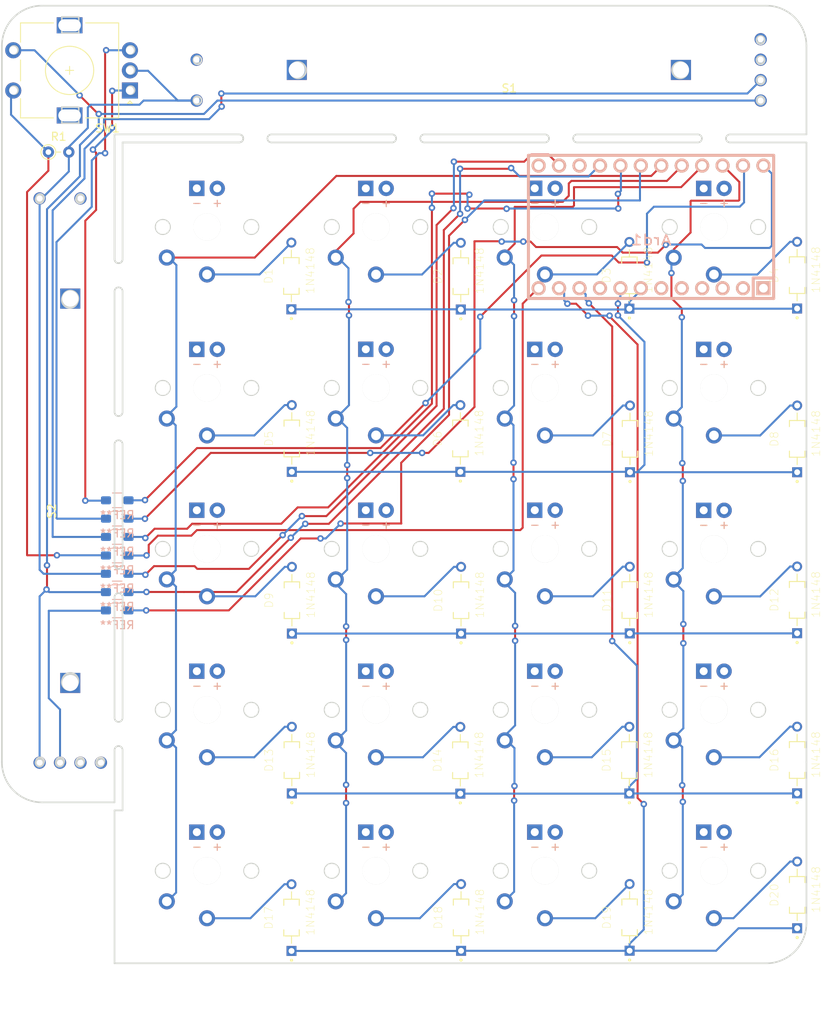
<source format=kicad_pcb>
(kicad_pcb (version 20171130) (host pcbnew "(5.1.0)-1")
  (layers (0 F.Cu signal) (31 B.Cu signal) (34 B.Paste user) (35 F.Paste user) (36 B.SilkS user) (37 F.SilkS user) (38 B.Mask user) (39 F.Mask user) (44 Edge.Cuts user))
  (net 0 "")
  (net 1 "Net-(D2-PadA)")
  (net 2 "Net-(D3-PadA)")
  (net 3 "Net-(D4-PadA)")
  (net 4 "Net-(D5-PadA)")
  (net 5 "Net-(D6-PadA)")
  (net 6 "Net-(D7-PadA)")
  (net 7 "Net-(D8-PadA)")
  (net 8 "Net-(D9-PadA)")
  (net 9 "Net-(D10-PadA)")
  (net 10 "Net-(D11-PadA)")
  (net 11 "Net-(D12-PadA)")
  (net 12 "Net-(D13-PadA)")
  (net 13 "Net-(D14-PadA)")
  (net 14 "Net-(D15-PadA)")
  (net 15 "Net-(D16-PadA)")
  (net 16 "Net-(D17-PadA)")
  (net 17 "Net-(D18-PadA)")
  (net 18 "Net-(D19-PadA)")
  (net 19 "Net-(D20-PadA)")
  (net 20 "Net-(D1-PadA)")
  (net 21 C4)
  (net 22 C3)
  (net 23 C2)
  (net 24 C1)
  (net 25 R2)
  (net 26 R1)
  (net 27 R3)
  (net 28 R4)
  (net 29 R5)
  (net 30 "Net-(U1-Pad4)")
  (net 31 "Net-(U1-Pad3)")
  (net 32 "Net-(U2-Pad4)")
  (net 33 "Net-(U2-Pad3)")
  (net 34 "Net-(U3-Pad3)")
  (net 35 "Net-(U3-Pad4)")
  (net 36 "Net-(U4-Pad3)")
  (net 37 "Net-(U4-Pad4)")
  (net 38 "Net-(U5-Pad3)")
  (net 39 "Net-(U5-Pad4)")
  (net 40 "Net-(U6-Pad3)")
  (net 41 "Net-(U6-Pad4)")
  (net 42 "Net-(U7-Pad3)")
  (net 43 "Net-(U7-Pad4)")
  (net 44 "Net-(U8-Pad4)")
  (net 45 "Net-(U8-Pad3)")
  (net 46 "Net-(U9-Pad4)")
  (net 47 "Net-(U9-Pad3)")
  (net 48 "Net-(U10-Pad3)")
  (net 49 "Net-(U10-Pad4)")
  (net 50 "Net-(U11-Pad4)")
  (net 51 "Net-(U11-Pad3)")
  (net 52 "Net-(U12-Pad4)")
  (net 53 "Net-(U12-Pad3)")
  (net 54 "Net-(U13-Pad3)")
  (net 55 "Net-(U13-Pad4)")
  (net 56 "Net-(U14-Pad3)")
  (net 57 "Net-(U14-Pad4)")
  (net 58 "Net-(U15-Pad4)")
  (net 59 "Net-(U15-Pad3)")
  (net 60 "Net-(U16-Pad4)")
  (net 61 "Net-(U16-Pad3)")
  (net 62 "Net-(U17-Pad3)")
  (net 63 "Net-(U17-Pad4)")
  (net 64 "Net-(U18-Pad4)")
  (net 65 "Net-(U18-Pad3)")
  (net 66 "Net-(U19-Pad4)")
  (net 67 "Net-(U19-Pad3)")
  (net 68 "Net-(U20-Pad3)")
  (net 69 "Net-(U20-Pad4)")
  (net 70 "Net-(Ard1-Pad1)")
  (net 71 "Net-(Ard1-Pad2)")
  (net 72 EnGNDC1)
  (net 73 "Net-(Ard1-Pad4)")
  (net 74 "Net-(Ard1-Pad5)")
  (net 75 "Net-(Ard1-Pad6)")
  (net 76 SwEn2)
  (net 77 "Net-(Ard1-Pad24)")
  (net 78 S2-3)
  (net 79 "Net-(Ard1-Pad22)")
  (net 80 S1)
  (net 81 S2)
  (net 82 S2-2)
  (net 83 EnPWMA)
  (net 84 EnPWMB)
  (net 85 "Net-(S1-Pad6)")
  (net 86 "Net-(S1-Pad4)")
  (net 87 "Net-(S1-Pad3)")
  (net 88 "Net-(S2-Pad3)")
  (net 89 "Net-(S2-Pad4)")
  (net 90 "Net-(S2-Pad6)")
  (module Capacitor_SMD:C_1206_3216MetricBRYGGA (layer B.Cu) (at 193.74 92.97)
    (fp_text reference REF** (at 0 1.82) (layer B.SilkS) (effects (justify mirror)))
    (fp_text value C_1206_3216MetricBRYGGA)
    (pad 2 smd roundrect (at 1.4 0) (size 1.25 1) (layers B.Cu B.Paste B.Mask) (roundrect_rratio 0.2))
    (pad 1 smd roundrect (at -1.4 0) (size 1.25 1) (layers B.Cu B.Paste B.Mask) (roundrect_rratio 0.2))
  )
  (module Capacitor_SMD:C_1206_3216MetricBRYGGA (layer B.Cu) (at 193.75 83.84)
    (fp_text reference REF** (at 0 1.82) (layer B.SilkS) (effects (justify mirror)))
    (fp_text value C_1206_3216MetricBRYGGA)
    (pad 1 smd roundrect (at -1.4 0) (size 1.25 1) (layers B.Cu B.Paste B.Mask) (roundrect_rratio 0.2))
    (pad 2 smd roundrect (at 1.4 0) (size 1.25 1) (layers B.Cu B.Paste B.Mask) (roundrect_rratio 0.2))
  )
  (module Capacitor_SMD:C_1206_3216MetricBRYGGA (layer B.Cu) (at 193.74 86.15)
    (fp_text reference REF** (at 0 1.82) (layer B.SilkS) (effects (justify mirror)))
    (fp_text value C_1206_3216MetricBRYGGA)
    (pad 2 smd roundrect (at 1.4 0) (size 1.25 1) (layers B.Cu B.Paste B.Mask) (roundrect_rratio 0.2))
    (pad 1 smd roundrect (at -1.4 0) (size 1.25 1) (layers B.Cu B.Paste B.Mask) (roundrect_rratio 0.2))
  )
  (module Capacitor_SMD:C_1206_3216MetricBRYGGA (layer B.Cu) (at 193.74 90.7)
    (fp_text reference REF** (at 0 1.82) (layer B.SilkS) (effects (justify mirror)))
    (fp_text value C_1206_3216MetricBRYGGA)
    (pad 1 smd roundrect (at -1.4 0) (size 1.25 1) (layers B.Cu B.Paste B.Mask) (roundrect_rratio 0.2))
    (pad 2 smd roundrect (at 1.4 0) (size 1.25 1) (layers B.Cu B.Paste B.Mask) (roundrect_rratio 0.2))
  )
  (module Capacitor_SMD:C_1206_3216MetricBRYGGA (layer B.Cu) (at 193.75 81.57)
    (fp_text reference REF** (at 0 1.82) (layer B.SilkS) (effects (justify mirror)))
    (fp_text value C_1206_3216MetricBRYGGA)
    (pad 2 smd roundrect (at 1.4 0) (size 1.25 1) (layers B.Cu B.Paste B.Mask) (roundrect_rratio 0.2))
    (pad 1 smd roundrect (at -1.4 0) (size 1.25 1) (layers B.Cu B.Paste B.Mask) (roundrect_rratio 0.2))
  )
  (module Capacitor_SMD:C_1206_3216MetricBRYGGA (layer B.Cu) (at 193.74 88.42)
    (fp_text reference REF** (at 0 1.82) (layer B.SilkS) (effects (justify mirror)))
    (fp_text value C_1206_3216MetricBRYGGA)
    (pad 1 smd roundrect (at -1.4 0) (size 1.25 1) (layers B.Cu B.Paste B.Mask) (roundrect_rratio 0.2))
    (pad 2 smd roundrect (at 1.4 0) (size 1.25 1) (layers B.Cu B.Paste B.Mask) (roundrect_rratio 0.2))
  )
  (module Capacitor_SMD:C_1206_3216MetricBRYGGA (layer B.Cu) (at 193.75 79.29)
    (fp_text reference REF** (at 0 1.82) (layer B.SilkS) (effects (justify mirror)))
    (fp_text value C_1206_3216MetricBRYGGA)
    (pad 2 smd roundrect (at 1.4 0) (size 1.25 1) (layers B.Cu B.Paste B.Mask) (roundrect_rratio 0.2))
    (pad 1 smd roundrect (at -1.4 0) (size 1.25 1) (layers B.Cu B.Paste B.Mask) (roundrect_rratio 0.2))
  )
  (module keebs:Pro_Micro (layer B.Cu) (at 260.096 45.3136 180)
    (fp_text reference Ard1 (at 0 -1.625 180) (layer B.SilkS) (effects (font (size 1.27 1.524) (thickness 0.2032)) (justify mirror)))
    (fp_text value ProMicro hide)
    (pad 1 thru_hole rect (at -13.97 -7.62 180) (size 1.7526 1.7526) (drill 1.0922) (layers *.Cu *.SilkS *.Mask) (net 70 "Net-(Ard1-Pad1)"))
    (pad 2 thru_hole circle (at -11.43 -7.62 180) (size 1.7526 1.7526) (drill 1.0922) (layers *.Cu *.SilkS *.Mask) (net 71 "Net-(Ard1-Pad2)"))
    (pad 3 thru_hole circle (at -8.89 -7.62 180) (size 1.7526 1.7526) (drill 1.0922) (layers *.Cu *.SilkS *.Mask) (net 72 EnGNDC1))
    (pad 4 thru_hole circle (at -6.35 -7.62 180) (size 1.7526 1.7526) (drill 1.0922) (layers *.Cu *.SilkS *.Mask) (net 73 "Net-(Ard1-Pad4)"))
    (pad 5 thru_hole circle (at -3.81 -7.62 180) (size 1.7526 1.7526) (drill 1.0922) (layers *.Cu *.SilkS *.Mask) (net 74 "Net-(Ard1-Pad5)"))
    (pad 6 thru_hole circle (at -1.27 -7.62 180) (size 1.7526 1.7526) (drill 1.0922) (layers *.Cu *.SilkS *.Mask) (net 75 "Net-(Ard1-Pad6)"))
    (pad 7 thru_hole circle (at 1.27 -7.62 180) (size 1.7526 1.7526) (drill 1.0922) (layers *.Cu *.SilkS *.Mask) (net 26 R1))
    (pad 8 thru_hole circle (at 3.81 -7.62 180) (size 1.7526 1.7526) (drill 1.0922) (layers *.Cu *.SilkS *.Mask) (net 25 R2))
    (pad 9 thru_hole circle (at 6.35 -7.62 180) (size 1.7526 1.7526) (drill 1.0922) (layers *.Cu *.SilkS *.Mask) (net 27 R3))
    (pad 10 thru_hole circle (at 8.89 -7.62 180) (size 1.7526 1.7526) (drill 1.0922) (layers *.Cu *.SilkS *.Mask) (net 28 R4))
    (pad 11 thru_hole circle (at 11.43 -7.62 180) (size 1.7526 1.7526) (drill 1.0922) (layers *.Cu *.SilkS *.Mask) (net 29 R5))
    (pad 12 thru_hole circle (at 13.97 -7.62 180) (size 1.7526 1.7526) (drill 1.0922) (layers *.Cu *.SilkS *.Mask) (net 76 SwEn2))
    (pad 24 thru_hole circle (at 13.97 7.62 180) (size 1.7526 1.7526) (drill 1.0922) (layers *.Cu *.SilkS *.Mask) (net 77 "Net-(Ard1-Pad24)"))
    (pad 23 thru_hole circle (at 11.43 7.62 180) (size 1.7526 1.7526) (drill 1.0922) (layers *.Cu *.SilkS *.Mask) (net 78 S2-3))
    (pad 22 thru_hole circle (at 8.89 7.62 180) (size 1.7526 1.7526) (drill 1.0922) (layers *.Cu *.SilkS *.Mask) (net 79 "Net-(Ard1-Pad22)"))
    (pad 21 thru_hole circle (at 6.35 7.62 180) (size 1.7526 1.7526) (drill 1.0922) (layers *.Cu *.SilkS *.Mask) (net 80 S1))
    (pad 20 thru_hole circle (at 3.81 7.62 180) (size 1.7526 1.7526) (drill 1.0922) (layers *.Cu *.SilkS *.Mask) (net 81 S2))
    (pad 19 thru_hole circle (at 1.27 7.62 180) (size 1.7526 1.7526) (drill 1.0922) (layers *.Cu *.SilkS *.Mask) (net 82 S2-2))
    (pad 18 thru_hole circle (at -1.27 7.62 180) (size 1.7526 1.7526) (drill 1.0922) (layers *.Cu *.SilkS *.Mask) (net 24 C1))
    (pad 17 thru_hole circle (at -3.81 7.62 180) (size 1.7526 1.7526) (drill 1.0922) (layers *.Cu *.SilkS *.Mask) (net 23 C2))
    (pad 16 thru_hole circle (at -6.35 7.62 180) (size 1.7526 1.7526) (drill 1.0922) (layers *.Cu *.SilkS *.Mask) (net 22 C3))
    (pad 15 thru_hole circle (at -8.89 7.62 180) (size 1.7526 1.7526) (drill 1.0922) (layers *.Cu *.SilkS *.Mask) (net 21 C4))
    (pad 14 thru_hole circle (at -11.43 7.62 180) (size 1.7526 1.7526) (drill 1.0922) (layers *.Cu *.SilkS *.Mask) (net 83 EnPWMA))
    (pad 13 thru_hole circle (at -13.97 7.62 180) (size 1.7526 1.7526) (drill 1.0922) (layers *.Cu *.SilkS *.Mask) (net 84 EnPWMB))
  )
  (module 1N4148:DIOAD829W49L456D191 (layer F.Cu) (at 215.392 51.4096 90)
    (fp_text reference D1 (at -0.02292 -2.84321 90) (layer F.SilkS) (effects (font (size 1.0001 1.0001) (thickness 0.05))))
    (fp_text value 1N4148 (at 0.66493 2.34577 90) (layer F.SilkS) (effects (font (size 1.00192 1.00192) (thickness 0.05))))
    (pad C thru_hole rect (at -4.146 0 90) (size 1.238 1.238) (drill 0.73) (layers *.Cu *.Mask) (net 26 R1))
    (pad A thru_hole circle (at 4.146 0 90) (size 1.238 1.238) (drill 0.73) (layers *.Cu *.Mask) (net 20 "Net-(D1-PadA)"))
  )
  (module 1N4148:DIOAD829W49L456D191 (layer F.Cu) (at 236.4486 51.435 90)
    (fp_text reference D2 (at -0.02292 -2.84321 90) (layer F.SilkS) (effects (font (size 1.0001 1.0001) (thickness 0.05))))
    (fp_text value 1N4148 (at 0.66493 2.34577 90) (layer F.SilkS) (effects (font (size 1.00192 1.00192) (thickness 0.05))))
    (pad A thru_hole circle (at 4.146 0 90) (size 1.238 1.238) (drill 0.73) (layers *.Cu *.Mask) (net 1 "Net-(D2-PadA)"))
    (pad C thru_hole rect (at -4.146 0 90) (size 1.238 1.238) (drill 0.73) (layers *.Cu *.Mask) (net 26 R1))
  )
  (module 1N4148:DIOAD829W49L456D191 (layer F.Cu) (at 257.4036 51.3334 90)
    (fp_text reference D3 (at -0.02292 -2.84321 90) (layer F.SilkS) (effects (font (size 1.0001 1.0001) (thickness 0.05))))
    (fp_text value 1N4148 (at 0.66493 2.34577 90) (layer F.SilkS) (effects (font (size 1.00192 1.00192) (thickness 0.05))))
    (pad C thru_hole rect (at -4.146 0 90) (size 1.238 1.238) (drill 0.73) (layers *.Cu *.Mask) (net 26 R1))
    (pad A thru_hole circle (at 4.146 0 90) (size 1.238 1.238) (drill 0.73) (layers *.Cu *.Mask) (net 2 "Net-(D3-PadA)"))
  )
  (module 1N4148:DIOAD829W49L456D191 (layer F.Cu) (at 278.25 51.31 90)
    (fp_text reference D4 (at -0.02292 -2.84321 90) (layer F.SilkS) (effects (font (size 1.0001 1.0001) (thickness 0.05))))
    (fp_text value 1N4148 (at 0.66493 2.34577 90) (layer F.SilkS) (effects (font (size 1.00192 1.00192) (thickness 0.05))))
    (pad A thru_hole circle (at 4.146 0 90) (size 1.238 1.238) (drill 0.73) (layers *.Cu *.Mask) (net 3 "Net-(D4-PadA)"))
    (pad C thru_hole rect (at -4.146 0 90) (size 1.238 1.238) (drill 0.73) (layers *.Cu *.Mask) (net 26 R1))
  )
  (module 1N4148:DIOAD829W49L456D191 (layer F.Cu) (at 215.4428 71.6026 90)
    (fp_text reference D5 (at -0.02292 -2.84321 90) (layer F.SilkS) (effects (font (size 1.0001 1.0001) (thickness 0.05))))
    (fp_text value 1N4148 (at 0.66493 2.34577 90) (layer F.SilkS) (effects (font (size 1.00192 1.00192) (thickness 0.05))))
    (pad C thru_hole rect (at -4.146 0 90) (size 1.238 1.238) (drill 0.73) (layers *.Cu *.Mask) (net 25 R2))
    (pad A thru_hole circle (at 4.146 0 90) (size 1.238 1.238) (drill 0.73) (layers *.Cu *.Mask) (net 4 "Net-(D5-PadA)"))
  )
  (module 1N4148:DIOAD829W49L456D191 (layer F.Cu) (at 236.3978 71.6026 90)
    (fp_text reference D6 (at -0.02292 -2.84321 90) (layer F.SilkS) (effects (font (size 1.0001 1.0001) (thickness 0.05))))
    (fp_text value 1N4148 (at 0.66493 2.34577 90) (layer F.SilkS) (effects (font (size 1.00192 1.00192) (thickness 0.05))))
    (pad A thru_hole circle (at 4.146 0 90) (size 1.238 1.238) (drill 0.73) (layers *.Cu *.Mask) (net 5 "Net-(D6-PadA)"))
    (pad C thru_hole rect (at -4.146 0 90) (size 1.238 1.238) (drill 0.73) (layers *.Cu *.Mask) (net 25 R2))
  )
  (module 1N4148:DIOAD829W49L456D191 (layer F.Cu) (at 257.4798 71.6534 90)
    (fp_text reference D7 (at -0.02292 -2.84321 90) (layer F.SilkS) (effects (font (size 1.0001 1.0001) (thickness 0.05))))
    (fp_text value 1N4148 (at 0.66493 2.34577 90) (layer F.SilkS) (effects (font (size 1.00192 1.00192) (thickness 0.05))))
    (pad C thru_hole rect (at -4.146 0 90) (size 1.238 1.238) (drill 0.73) (layers *.Cu *.Mask) (net 25 R2))
    (pad A thru_hole circle (at 4.146 0 90) (size 1.238 1.238) (drill 0.73) (layers *.Cu *.Mask) (net 6 "Net-(D7-PadA)"))
  )
  (module 1N4148:DIOAD829W49L456D191 (layer F.Cu) (at 278.257 71.6534 90)
    (fp_text reference D8 (at -0.02292 -2.84321 90) (layer F.SilkS) (effects (font (size 1.0001 1.0001) (thickness 0.05))))
    (fp_text value 1N4148 (at 0.66493 2.34577 90) (layer F.SilkS) (effects (font (size 1.00192 1.00192) (thickness 0.05))))
    (pad A thru_hole circle (at 4.146 0 90) (size 1.238 1.238) (drill 0.73) (layers *.Cu *.Mask) (net 7 "Net-(D8-PadA)"))
    (pad C thru_hole rect (at -4.146 0 90) (size 1.238 1.238) (drill 0.73) (layers *.Cu *.Mask) (net 25 R2))
  )
  (module 1N4148:DIOAD829W49L456D191 (layer F.Cu) (at 215.46 91.7 90)
    (fp_text reference D9 (at -0.02292 -2.84321 90) (layer F.SilkS) (effects (font (size 1.0001 1.0001) (thickness 0.05))))
    (fp_text value 1N4148 (at 0.66493 2.34577 90) (layer F.SilkS) (effects (font (size 1.00192 1.00192) (thickness 0.05))))
    (pad A thru_hole circle (at 4.146 0 90) (size 1.238 1.238) (drill 0.73) (layers *.Cu *.Mask) (net 8 "Net-(D9-PadA)"))
    (pad C thru_hole rect (at -4.146 0 90) (size 1.238 1.238) (drill 0.73) (layers *.Cu *.Mask) (net 27 R3))
  )
  (module 1N4148:DIOAD829W49L456D191 (layer F.Cu) (at 236.48 91.7 90)
    (fp_text reference D10 (at -0.02292 -2.84321 90) (layer F.SilkS) (effects (font (size 1.0001 1.0001) (thickness 0.05))))
    (fp_text value 1N4148 (at 0.66493 2.34577 90) (layer F.SilkS) (effects (font (size 1.00192 1.00192) (thickness 0.05))))
    (pad C thru_hole rect (at -4.146 0 90) (size 1.238 1.238) (drill 0.73) (layers *.Cu *.Mask) (net 27 R3))
    (pad A thru_hole circle (at 4.146 0 90) (size 1.238 1.238) (drill 0.73) (layers *.Cu *.Mask) (net 9 "Net-(D10-PadA)"))
  )
  (module 1N4148:DIOAD829W49L456D191 (layer F.Cu) (at 257.45 91.68 90)
    (fp_text reference D11 (at -0.02292 -2.84321 90) (layer F.SilkS) (effects (font (size 1.0001 1.0001) (thickness 0.05))))
    (fp_text value 1N4148 (at 0.66493 2.34577 90) (layer F.SilkS) (effects (font (size 1.00192 1.00192) (thickness 0.05))))
    (pad A thru_hole circle (at 4.146 0 90) (size 1.238 1.238) (drill 0.73) (layers *.Cu *.Mask) (net 10 "Net-(D11-PadA)"))
    (pad C thru_hole rect (at -4.146 0 90) (size 1.238 1.238) (drill 0.73) (layers *.Cu *.Mask) (net 27 R3))
  )
  (module 1N4148:DIOAD829W49L456D191 (layer F.Cu) (at 278.25 91.66 90)
    (fp_text reference D12 (at -0.02292 -2.84321 90) (layer F.SilkS) (effects (font (size 1.0001 1.0001) (thickness 0.05))))
    (fp_text value 1N4148 (at 0.66493 2.34577 90) (layer F.SilkS) (effects (font (size 1.00192 1.00192) (thickness 0.05))))
    (pad C thru_hole rect (at -4.146 0 90) (size 1.238 1.238) (drill 0.73) (layers *.Cu *.Mask) (net 27 R3))
    (pad A thru_hole circle (at 4.146 0 90) (size 1.238 1.238) (drill 0.73) (layers *.Cu *.Mask) (net 11 "Net-(D12-PadA)"))
  )
  (module 1N4148:DIOAD829W49L456D191 (layer F.Cu) (at 215.45 111.57 90)
    (fp_text reference D13 (at -0.02292 -2.84321 90) (layer F.SilkS) (effects (font (size 1.0001 1.0001) (thickness 0.05))))
    (fp_text value 1N4148 (at 0.66493 2.34577 90) (layer F.SilkS) (effects (font (size 1.00192 1.00192) (thickness 0.05))))
    (pad A thru_hole circle (at 4.146 0 90) (size 1.238 1.238) (drill 0.73) (layers *.Cu *.Mask) (net 12 "Net-(D13-PadA)"))
    (pad C thru_hole rect (at -4.146 0 90) (size 1.238 1.238) (drill 0.73) (layers *.Cu *.Mask) (net 28 R4))
  )
  (module 1N4148:DIOAD829W49L456D191 (layer F.Cu) (at 236.39 111.59 90)
    (fp_text reference D14 (at -0.02292 -2.84321 90) (layer F.SilkS) (effects (font (size 1.0001 1.0001) (thickness 0.05))))
    (fp_text value 1N4148 (at 0.66493 2.34577 90) (layer F.SilkS) (effects (font (size 1.00192 1.00192) (thickness 0.05))))
    (pad C thru_hole rect (at -4.146 0 90) (size 1.238 1.238) (drill 0.73) (layers *.Cu *.Mask) (net 28 R4))
    (pad A thru_hole circle (at 4.146 0 90) (size 1.238 1.238) (drill 0.73) (layers *.Cu *.Mask) (net 13 "Net-(D14-PadA)"))
  )
  (module 1N4148:DIOAD829W49L456D191 (layer F.Cu) (at 257.4 111.57 90)
    (fp_text reference D15 (at -0.02292 -2.84321 90) (layer F.SilkS) (effects (font (size 1.0001 1.0001) (thickness 0.05))))
    (fp_text value 1N4148 (at 0.66493 2.34577 90) (layer F.SilkS) (effects (font (size 1.00192 1.00192) (thickness 0.05))))
    (pad A thru_hole circle (at 4.146 0 90) (size 1.238 1.238) (drill 0.73) (layers *.Cu *.Mask) (net 14 "Net-(D15-PadA)"))
    (pad C thru_hole rect (at -4.146 0 90) (size 1.238 1.238) (drill 0.73) (layers *.Cu *.Mask) (net 28 R4))
  )
  (module 1N4148:DIOAD829W49L456D191 (layer F.Cu) (at 278.25 111.56 90)
    (fp_text reference D16 (at -0.02292 -2.84321 90) (layer F.SilkS) (effects (font (size 1.0001 1.0001) (thickness 0.05))))
    (fp_text value 1N4148 (at 0.66493 2.34577 90) (layer F.SilkS) (effects (font (size 1.00192 1.00192) (thickness 0.05))))
    (pad C thru_hole rect (at -4.146 0 90) (size 1.238 1.238) (drill 0.73) (layers *.Cu *.Mask) (net 28 R4))
    (pad A thru_hole circle (at 4.146 0 90) (size 1.238 1.238) (drill 0.73) (layers *.Cu *.Mask) (net 15 "Net-(D16-PadA)"))
  )
  (module 1N4148:DIOAD829W49L456D191 (layer F.Cu) (at 215.41 131.14 90)
    (fp_text reference D17 (at -0.02292 -2.84321 90) (layer F.SilkS) (effects (font (size 1.0001 1.0001) (thickness 0.05))))
    (fp_text value 1N4148 (at 0.66493 2.34577 90) (layer F.SilkS) (effects (font (size 1.00192 1.00192) (thickness 0.05))))
    (pad A thru_hole circle (at 4.146 0 90) (size 1.238 1.238) (drill 0.73) (layers *.Cu *.Mask) (net 16 "Net-(D17-PadA)"))
    (pad C thru_hole rect (at -4.146 0 90) (size 1.238 1.238) (drill 0.73) (layers *.Cu *.Mask) (net 29 R5))
  )
  (module 1N4148:DIOAD829W49L456D191 (layer F.Cu) (at 236.48 131.12 90)
    (fp_text reference D18 (at -0.02292 -2.84321 90) (layer F.SilkS) (effects (font (size 1.0001 1.0001) (thickness 0.05))))
    (fp_text value 1N4148 (at 0.66493 2.34577 90) (layer F.SilkS) (effects (font (size 1.00192 1.00192) (thickness 0.05))))
    (pad C thru_hole rect (at -4.146 0 90) (size 1.238 1.238) (drill 0.73) (layers *.Cu *.Mask) (net 29 R5))
    (pad A thru_hole circle (at 4.146 0 90) (size 1.238 1.238) (drill 0.73) (layers *.Cu *.Mask) (net 17 "Net-(D18-PadA)"))
  )
  (module 1N4148:DIOAD829W49L456D191 (layer F.Cu) (at 257.43 131.11 90)
    (fp_text reference D19 (at -0.02292 -2.84321 90) (layer F.SilkS) (effects (font (size 1.0001 1.0001) (thickness 0.05))))
    (fp_text value 1N4148 (at 0.66493 2.34577 90) (layer F.SilkS) (effects (font (size 1.00192 1.00192) (thickness 0.05))))
    (pad A thru_hole circle (at 4.146 0 90) (size 1.238 1.238) (drill 0.73) (layers *.Cu *.Mask) (net 18 "Net-(D19-PadA)"))
    (pad C thru_hole rect (at -4.146 0 90) (size 1.238 1.238) (drill 0.73) (layers *.Cu *.Mask) (net 29 R5))
  )
  (module 1N4148:DIOAD829W49L456D191 (layer F.Cu) (at 278.26 128.32 90)
    (fp_text reference D20 (at -0.02292 -2.84321 90) (layer F.SilkS) (effects (font (size 1.0001 1.0001) (thickness 0.05))))
    (fp_text value 1N4148 (at 0.66493 2.34577 90) (layer F.SilkS) (effects (font (size 1.00192 1.00192) (thickness 0.05))))
    (pad C thru_hole rect (at -4.146 0 90) (size 1.238 1.238) (drill 0.73) (layers *.Cu *.Mask) (net 29 R5))
    (pad A thru_hole circle (at 4.146 0 90) (size 1.238 1.238) (drill 0.73) (layers *.Cu *.Mask) (net 19 "Net-(D20-PadA)"))
  )
  (module Resistor_THT:R_Axial_DIN0204_L3.6mm_D1.6mm_P2.54mm_Vertical (layer F.Cu) (at 185.1914 36.0172)
    (fp_text reference R1 (at 1.27 -1.92) (layer F.SilkS))
    (fp_text value R)
    (pad 1 thru_hole circle (at 0 0) (size 1.4 1.4) (drill 0.7) (layers *.Cu *.Mask) (net 76 SwEn2))
    (pad 2 thru_hole oval (at 2.54 0) (size 1.4 1.4) (drill 0.7) (layers *.Cu *.Mask) (net 78 S2-3))
  )
  (module alps_slider:ALPS-Slider (layer F.Cu) (at 235.6184 25.8064 180)
    (fp_text reference S1 (at -6.858 -2.286 180) (layer F.SilkS))
    (fp_text value Slider_ALPS)
    (fp_circle (center -28.100001 -0.050976) (end -29.100001 -0.050976) (layer Edge.Cuts) (width 0.2))
    (fp_circle (center -38.1 3.69) (end -38.6 3.69) (layer Edge.Cuts) (width 0.2))
    (fp_circle (center -38.1 1.19) (end -38.6 1.19) (layer Edge.Cuts) (width 0.2))
    (fp_circle (center 31.9 1.19) (end 31.4 1.19) (layer Edge.Cuts) (width 0.2))
    (fp_circle (center -38.1 -1.31) (end -38.6 -1.31) (layer Edge.Cuts) (width 0.2))
    (fp_circle (center 31.899999 -3.81) (end 31.399999 -3.81) (layer Edge.Cuts) (width 0.2))
    (fp_circle (center 19.399999 -0.050976) (end 18.399999 -0.050976) (layer Edge.Cuts) (width 0.2))
    (fp_circle (center -38.1 -3.81) (end -38.6 -3.81) (layer Edge.Cuts) (width 0.2))
    (fp_line (start 31.753999 0.964) (end 32.153999 0.964) (layer Edge.Cuts) (width 0.2))
    (fp_line (start -38.246 -0.936) (end -38.246 -1.536) (layer Edge.Cuts) (width 0.2))
    (fp_line (start -37.846 -1.536) (end -37.846 -0.936) (layer Edge.Cuts) (width 0.2))
    (fp_line (start -38.246 -1.536) (end -37.846 -1.536) (layer Edge.Cuts) (width 0.2))
    (fp_line (start 32.153999 1.564) (end 31.753999 1.564) (layer Edge.Cuts) (width 0.2))
    (fp_line (start -38.246 -4.036) (end -37.846 -4.036) (layer Edge.Cuts) (width 0.2))
    (fp_line (start -38.246 1.564) (end -38.246 0.964) (layer Edge.Cuts) (width 0.2))
    (fp_line (start 32.153999 -3.436) (end 31.753999 -3.436) (layer Edge.Cuts) (width 0.2))
    (fp_line (start -38.246 4.064) (end -38.246 3.464) (layer Edge.Cuts) (width 0.2))
    (fp_line (start 31.753999 -3.436) (end 31.753999 -4.036) (layer Edge.Cuts) (width 0.2))
    (fp_line (start -38.246 3.464) (end -37.846 3.464) (layer Edge.Cuts) (width 0.2))
    (fp_line (start -37.846 1.564) (end -38.246 1.564) (layer Edge.Cuts) (width 0.2))
    (fp_line (start 32.153999 0.964) (end 32.153999 1.564) (layer Edge.Cuts) (width 0.2))
    (fp_line (start -37.846 -3.436) (end -38.246 -3.436) (layer Edge.Cuts) (width 0.2))
    (fp_line (start -37.846 -0.936) (end -38.246 -0.936) (layer Edge.Cuts) (width 0.2))
    (fp_line (start 32.153999 -4.036) (end 32.153999 -3.436) (layer Edge.Cuts) (width 0.2))
    (fp_line (start -38.246 -3.436) (end -38.246 -4.036) (layer Edge.Cuts) (width 0.2))
    (fp_line (start 31.753999 1.564) (end 31.753999 0.964) (layer Edge.Cuts) (width 0.2))
    (fp_line (start -38.246 0.964) (end -37.846 0.964) (layer Edge.Cuts) (width 0.2))
    (fp_line (start 31.753999 -4.036) (end 32.153999 -4.036) (layer Edge.Cuts) (width 0.2))
    (fp_line (start -37.846 0.964) (end -37.846 1.564) (layer Edge.Cuts) (width 0.2))
    (fp_line (start -37.846 3.464) (end -37.846 4.064) (layer Edge.Cuts) (width 0.2))
    (fp_line (start -37.846 -4.036) (end -37.846 -3.436) (layer Edge.Cuts) (width 0.2))
    (fp_line (start -37.846 4.064) (end -38.246 4.064) (layer Edge.Cuts) (width 0.2))
    (pad Hole1 thru_hole rect (at -28.194 0 180) (size 2.5 2.5) (drill oval 2) (layers *.Cu *.Mask))
    (pad 6 thru_hole circle (at 32.004 1.27 180) (size 1.524 1.524) (drill 0.762) (layers *.Cu *.Mask) (net 85 "Net-(S1-Pad6)"))
    (pad 5 thru_hole circle (at 32.004 -3.81 180) (size 1.524 1.524) (drill 0.762) (layers *.Cu *.Mask) (net 78 S2-3))
    (pad 4 thru_hole circle (at -38.1 3.81 180) (size 1.524 1.524) (drill 0.762) (layers *.Cu *.Mask) (net 86 "Net-(S1-Pad4)"))
    (pad 3 thru_hole circle (at -38.1 1.27 180) (size 1.524 1.524) (drill 0.762) (layers *.Cu *.Mask) (net 87 "Net-(S1-Pad3)"))
    (pad 2 thru_hole circle (at -38.1 -1.27 180) (size 1.524 1.524) (drill 0.762) (layers *.Cu *.Mask) (net 81 S2))
    (pad 1 thru_hole circle (at -38.1 -3.81 180) (size 1.524 1.524) (drill 0.762) (layers *.Cu *.Mask) (net 80 S1))
    (pad Hole1 thru_hole rect (at 19.558 0 180) (size 2.5 2.5) (drill oval 2) (layers *.Cu *.Mask))
  )
  (module alps_slider:ALPS-Slider (layer F.Cu) (at 187.9092 73.787 90)
    (fp_text reference S2 (at -6.858 -2.286 90) (layer F.SilkS))
    (fp_text value Slider_ALPS)
    (fp_line (start -37.846 4.064) (end -38.246 4.064) (layer Edge.Cuts) (width 0.2))
    (fp_line (start -37.846 -4.036) (end -37.846 -3.436) (layer Edge.Cuts) (width 0.2))
    (fp_line (start -37.846 3.464) (end -37.846 4.064) (layer Edge.Cuts) (width 0.2))
    (fp_line (start -37.846 0.964) (end -37.846 1.564) (layer Edge.Cuts) (width 0.2))
    (fp_line (start 31.753999 -4.036) (end 32.153999 -4.036) (layer Edge.Cuts) (width 0.2))
    (fp_line (start -38.246 0.964) (end -37.846 0.964) (layer Edge.Cuts) (width 0.2))
    (fp_line (start 31.753999 1.564) (end 31.753999 0.964) (layer Edge.Cuts) (width 0.2))
    (fp_line (start -38.246 -3.436) (end -38.246 -4.036) (layer Edge.Cuts) (width 0.2))
    (fp_line (start 32.153999 -4.036) (end 32.153999 -3.436) (layer Edge.Cuts) (width 0.2))
    (fp_line (start -37.846 -0.936) (end -38.246 -0.936) (layer Edge.Cuts) (width 0.2))
    (fp_line (start -37.846 -3.436) (end -38.246 -3.436) (layer Edge.Cuts) (width 0.2))
    (fp_line (start 32.153999 0.964) (end 32.153999 1.564) (layer Edge.Cuts) (width 0.2))
    (fp_line (start -37.846 1.564) (end -38.246 1.564) (layer Edge.Cuts) (width 0.2))
    (fp_line (start -38.246 3.464) (end -37.846 3.464) (layer Edge.Cuts) (width 0.2))
    (fp_line (start 31.753999 -3.436) (end 31.753999 -4.036) (layer Edge.Cuts) (width 0.2))
    (fp_line (start -38.246 4.064) (end -38.246 3.464) (layer Edge.Cuts) (width 0.2))
    (fp_line (start 32.153999 -3.436) (end 31.753999 -3.436) (layer Edge.Cuts) (width 0.2))
    (fp_line (start -38.246 1.564) (end -38.246 0.964) (layer Edge.Cuts) (width 0.2))
    (fp_line (start -38.246 -4.036) (end -37.846 -4.036) (layer Edge.Cuts) (width 0.2))
    (fp_line (start 32.153999 1.564) (end 31.753999 1.564) (layer Edge.Cuts) (width 0.2))
    (fp_line (start -38.246 -1.536) (end -37.846 -1.536) (layer Edge.Cuts) (width 0.2))
    (fp_line (start -37.846 -1.536) (end -37.846 -0.936) (layer Edge.Cuts) (width 0.2))
    (fp_line (start -38.246 -0.936) (end -38.246 -1.536) (layer Edge.Cuts) (width 0.2))
    (fp_line (start 31.753999 0.964) (end 32.153999 0.964) (layer Edge.Cuts) (width 0.2))
    (fp_circle (center -38.1 -3.81) (end -38.6 -3.81) (layer Edge.Cuts) (width 0.2))
    (fp_circle (center 19.399999 -0.050976) (end 18.399999 -0.050976) (layer Edge.Cuts) (width 0.2))
    (fp_circle (center 31.899999 -3.81) (end 31.399999 -3.81) (layer Edge.Cuts) (width 0.2))
    (fp_circle (center -38.1 -1.31) (end -38.6 -1.31) (layer Edge.Cuts) (width 0.2))
    (fp_circle (center 31.9 1.19) (end 31.4 1.19) (layer Edge.Cuts) (width 0.2))
    (fp_circle (center -38.1 1.19) (end -38.6 1.19) (layer Edge.Cuts) (width 0.2))
    (fp_circle (center -38.1 3.69) (end -38.6 3.69) (layer Edge.Cuts) (width 0.2))
    (fp_circle (center -28.100001 -0.050976) (end -29.100001 -0.050976) (layer Edge.Cuts) (width 0.2))
    (pad Hole1 thru_hole rect (at 19.558 0 90) (size 2.5 2.5) (drill oval 2) (layers *.Cu *.Mask))
    (pad 1 thru_hole circle (at -38.1 -3.81 90) (size 1.524 1.524) (drill 0.762) (layers *.Cu *.Mask) (net 80 S1))
    (pad 2 thru_hole circle (at -38.1 -1.27 90) (size 1.524 1.524) (drill 0.762) (layers *.Cu *.Mask) (net 82 S2-2))
    (pad 3 thru_hole circle (at -38.1 1.27 90) (size 1.524 1.524) (drill 0.762) (layers *.Cu *.Mask) (net 88 "Net-(S2-Pad3)"))
    (pad 4 thru_hole circle (at -38.1 3.81 90) (size 1.524 1.524) (drill 0.762) (layers *.Cu *.Mask) (net 89 "Net-(S2-Pad4)"))
    (pad 5 thru_hole circle (at 32.004 -3.81 90) (size 1.524 1.524) (drill 0.762) (layers *.Cu *.Mask) (net 78 S2-3))
    (pad 6 thru_hole circle (at 32.004 1.27 90) (size 1.524 1.524) (drill 0.762) (layers *.Cu *.Mask) (net 90 "Net-(S2-Pad6)"))
    (pad Hole1 thru_hole rect (at -28.194 0 90) (size 2.5 2.5) (drill oval 2) (layers *.Cu *.Mask))
  )
  (module Rotary_Encoder:RotaryEncoder_Alps_EC11E-Switch_Vertical_H20mm (layer F.Cu) (at 195.326 28.368 180)
    (fp_text reference SW1 (at 2.8 -4.7 180) (layer F.SilkS))
    (fp_text value Rotary_Encoder_Switch)
    (pad S1 thru_hole circle (at 14.5 5 180) (size 2 2) (drill 1) (layers *.Cu *.Mask) (net 80 S1))
    (pad S2 thru_hole circle (at 14.5 0 180) (size 2 2) (drill 1) (layers *.Cu *.Mask) (net 76 SwEn2))
    (pad MP thru_hole rect (at 7.5 8.1 180) (size 3.2 2) (drill oval 2.8 1.5) (layers *.Cu *.Mask))
    (pad MP thru_hole rect (at 7.5 -3.1 180) (size 3.2 2) (drill oval 2.8 1.5) (layers *.Cu *.Mask))
    (pad B thru_hole circle (at 0 5 180) (size 2 2) (drill 1) (layers *.Cu *.Mask) (net 84 EnPWMB))
    (pad C thru_hole circle (at 0 2.5 180) (size 2 2) (drill 1) (layers *.Cu *.Mask) (net 72 EnGNDC1))
    (pad A thru_hole rect (at 0 0 180) (size 2 2) (drill 1) (layers *.Cu *.Mask) (net 83 EnPWMA))
  )
  (module Keebio-Parts:Kailh-PG1350-1u-No-Clickhole (layer F.Cu) (at 204.91 45.325)
    (fp_text reference U1)
    (fp_text value Kailhlowprofile hide)
    (fp_text user - (at -1.26 -3 180) (layer B.SilkS) (effects (justify mirror)))
    (fp_text user + (at 1.27 -3 180) (layer B.SilkS) (effects (justify mirror)))
    (fp_text user - (at -1.26 -3 180) (layer F.SilkS))
    (fp_text user + (at 1.27 -3 180) (layer F.SilkS))
    (pad "" np_thru_hole circle (at 0 0 180) (size 3.4 3.4) (drill 3.4) (layers *.Cu))
    (pad 4 thru_hole rect (at -1.27 -4.8 180) (size 1.905 1.905) (drill 0.9906) (layers *.Cu *.Mask) (net 30 "Net-(U1-Pad4)"))
    (pad 3 thru_hole circle (at 1.27 -4.8 180) (size 1.905 1.905) (drill 0.9906) (layers *.Cu *.Mask) (net 31 "Net-(U1-Pad3)"))
    (pad 1 thru_hole circle (at 0 5.9 180) (size 2 2) (drill 1.2) (layers *.Cu *.Mask) (net 20 "Net-(D1-PadA)"))
    (pad 2 thru_hole circle (at -5 3.8 41.9) (size 2 2) (drill 1.2) (layers *.Cu *.Mask) (net 24 C1))
    (pad "" np_thru_hole circle (at -5.5 0 180) (size 1.7 1.7) (drill 1.7) (layers *.Cu))
    (pad "" np_thru_hole circle (at 5.5 0 180) (size 1.7 1.7) (drill 1.7) (layers *.Cu))
  )
  (module Keebio-Parts:Kailh-PG1350-1u-No-Clickhole (layer F.Cu) (at 225.91 45.33)
    (fp_text reference U2)
    (fp_text value Kailhlowprofile hide)
    (fp_text user + (at 1.27 -3 180) (layer F.SilkS))
    (fp_text user - (at -1.26 -3 180) (layer F.SilkS))
    (fp_text user + (at 1.27 -3 180) (layer B.SilkS) (effects (justify mirror)))
    (fp_text user - (at -1.26 -3 180) (layer B.SilkS) (effects (justify mirror)))
    (pad "" np_thru_hole circle (at 5.5 0 180) (size 1.7 1.7) (drill 1.7) (layers *.Cu))
    (pad "" np_thru_hole circle (at -5.5 0 180) (size 1.7 1.7) (drill 1.7) (layers *.Cu))
    (pad 2 thru_hole circle (at -5 3.8 41.9) (size 2 2) (drill 1.2) (layers *.Cu *.Mask) (net 23 C2))
    (pad 1 thru_hole circle (at 0 5.9 180) (size 2 2) (drill 1.2) (layers *.Cu *.Mask) (net 1 "Net-(D2-PadA)"))
    (pad 3 thru_hole circle (at 1.27 -4.8 180) (size 1.905 1.905) (drill 0.9906) (layers *.Cu *.Mask) (net 33 "Net-(U2-Pad3)"))
    (pad 4 thru_hole rect (at -1.27 -4.8 180) (size 1.905 1.905) (drill 0.9906) (layers *.Cu *.Mask) (net 32 "Net-(U2-Pad4)"))
    (pad "" np_thru_hole circle (at 0 0 180) (size 3.4 3.4) (drill 3.4) (layers *.Cu))
  )
  (module Keebio-Parts:Kailh-PG1350-1u-No-Clickhole (layer F.Cu) (at 246.91 45.32)
    (fp_text reference U3)
    (fp_text value Kailhlowprofile hide)
    (fp_text user + (at 1.27 -3 180) (layer F.SilkS))
    (fp_text user - (at -1.26 -3 180) (layer F.SilkS))
    (fp_text user + (at 1.27 -3 180) (layer B.SilkS) (effects (justify mirror)))
    (fp_text user - (at -1.26 -3 180) (layer B.SilkS) (effects (justify mirror)))
    (pad "" np_thru_hole circle (at 5.5 0 180) (size 1.7 1.7) (drill 1.7) (layers *.Cu))
    (pad "" np_thru_hole circle (at -5.5 0 180) (size 1.7 1.7) (drill 1.7) (layers *.Cu))
    (pad 2 thru_hole circle (at -5 3.8 41.9) (size 2 2) (drill 1.2) (layers *.Cu *.Mask) (net 22 C3))
    (pad 1 thru_hole circle (at 0 5.9 180) (size 2 2) (drill 1.2) (layers *.Cu *.Mask) (net 2 "Net-(D3-PadA)"))
    (pad 3 thru_hole circle (at 1.27 -4.8 180) (size 1.905 1.905) (drill 0.9906) (layers *.Cu *.Mask) (net 34 "Net-(U3-Pad3)"))
    (pad 4 thru_hole rect (at -1.27 -4.8 180) (size 1.905 1.905) (drill 0.9906) (layers *.Cu *.Mask) (net 35 "Net-(U3-Pad4)"))
    (pad "" np_thru_hole circle (at 0 0 180) (size 3.4 3.4) (drill 3.4) (layers *.Cu))
  )
  (module Keebio-Parts:Kailh-PG1350-1u-No-Clickhole (layer F.Cu) (at 267.91 45.33)
    (fp_text reference U4)
    (fp_text value Kailhlowprofile hide)
    (fp_text user - (at -1.26 -3 180) (layer B.SilkS) (effects (justify mirror)))
    (fp_text user + (at 1.27 -3 180) (layer B.SilkS) (effects (justify mirror)))
    (fp_text user - (at -1.26 -3 180) (layer F.SilkS))
    (fp_text user + (at 1.27 -3 180) (layer F.SilkS))
    (pad "" np_thru_hole circle (at 0 0 180) (size 3.4 3.4) (drill 3.4) (layers *.Cu))
    (pad 4 thru_hole rect (at -1.27 -4.8 180) (size 1.905 1.905) (drill 0.9906) (layers *.Cu *.Mask) (net 37 "Net-(U4-Pad4)"))
    (pad 3 thru_hole circle (at 1.27 -4.8 180) (size 1.905 1.905) (drill 0.9906) (layers *.Cu *.Mask) (net 36 "Net-(U4-Pad3)"))
    (pad 1 thru_hole circle (at 0 5.9 180) (size 2 2) (drill 1.2) (layers *.Cu *.Mask) (net 3 "Net-(D4-PadA)"))
    (pad 2 thru_hole circle (at -5 3.8 41.9) (size 2 2) (drill 1.2) (layers *.Cu *.Mask) (net 21 C4))
    (pad "" np_thru_hole circle (at -5.5 0 180) (size 1.7 1.7) (drill 1.7) (layers *.Cu))
    (pad "" np_thru_hole circle (at 5.5 0 180) (size 1.7 1.7) (drill 1.7) (layers *.Cu))
  )
  (module Keebio-Parts:Kailh-PG1350-1u-No-Clickhole (layer F.Cu) (at 204.91 65.3288)
    (fp_text reference U5)
    (fp_text value Kailhlowprofile hide)
    (fp_text user + (at 1.27 -3 180) (layer F.SilkS))
    (fp_text user - (at -1.26 -3 180) (layer F.SilkS))
    (fp_text user + (at 1.27 -3 180) (layer B.SilkS) (effects (justify mirror)))
    (fp_text user - (at -1.26 -3 180) (layer B.SilkS) (effects (justify mirror)))
    (pad "" np_thru_hole circle (at 5.5 0 180) (size 1.7 1.7) (drill 1.7) (layers *.Cu))
    (pad "" np_thru_hole circle (at -5.5 0 180) (size 1.7 1.7) (drill 1.7) (layers *.Cu))
    (pad 2 thru_hole circle (at -5 3.8 41.9) (size 2 2) (drill 1.2) (layers *.Cu *.Mask) (net 24 C1))
    (pad 1 thru_hole circle (at 0 5.9 180) (size 2 2) (drill 1.2) (layers *.Cu *.Mask) (net 4 "Net-(D5-PadA)"))
    (pad 3 thru_hole circle (at 1.27 -4.8 180) (size 1.905 1.905) (drill 0.9906) (layers *.Cu *.Mask) (net 38 "Net-(U5-Pad3)"))
    (pad 4 thru_hole rect (at -1.27 -4.8 180) (size 1.905 1.905) (drill 0.9906) (layers *.Cu *.Mask) (net 39 "Net-(U5-Pad4)"))
    (pad "" np_thru_hole circle (at 0 0 180) (size 3.4 3.4) (drill 3.4) (layers *.Cu))
  )
  (module Keebio-Parts:Kailh-PG1350-1u-No-Clickhole (layer F.Cu) (at 225.91 65.32)
    (fp_text reference U6)
    (fp_text value Kailhlowprofile hide)
    (fp_text user - (at -1.26 -3 180) (layer B.SilkS) (effects (justify mirror)))
    (fp_text user + (at 1.27 -3 180) (layer B.SilkS) (effects (justify mirror)))
    (fp_text user - (at -1.26 -3 180) (layer F.SilkS))
    (fp_text user + (at 1.27 -3 180) (layer F.SilkS))
    (pad "" np_thru_hole circle (at 0 0 180) (size 3.4 3.4) (drill 3.4) (layers *.Cu))
    (pad 4 thru_hole rect (at -1.27 -4.8 180) (size 1.905 1.905) (drill 0.9906) (layers *.Cu *.Mask) (net 41 "Net-(U6-Pad4)"))
    (pad 3 thru_hole circle (at 1.27 -4.8 180) (size 1.905 1.905) (drill 0.9906) (layers *.Cu *.Mask) (net 40 "Net-(U6-Pad3)"))
    (pad 1 thru_hole circle (at 0 5.9 180) (size 2 2) (drill 1.2) (layers *.Cu *.Mask) (net 5 "Net-(D6-PadA)"))
    (pad 2 thru_hole circle (at -5 3.8 41.9) (size 2 2) (drill 1.2) (layers *.Cu *.Mask) (net 23 C2))
    (pad "" np_thru_hole circle (at -5.5 0 180) (size 1.7 1.7) (drill 1.7) (layers *.Cu))
    (pad "" np_thru_hole circle (at 5.5 0 180) (size 1.7 1.7) (drill 1.7) (layers *.Cu))
  )
  (module Keebio-Parts:Kailh-PG1350-1u-No-Clickhole (layer F.Cu) (at 246.9134 65.3288)
    (fp_text reference U7)
    (fp_text value Kailhlowprofile hide)
    (fp_text user - (at -1.26 -3 180) (layer B.SilkS) (effects (justify mirror)))
    (fp_text user + (at 1.27 -3 180) (layer B.SilkS) (effects (justify mirror)))
    (fp_text user - (at -1.26 -3 180) (layer F.SilkS))
    (fp_text user + (at 1.27 -3 180) (layer F.SilkS))
    (pad "" np_thru_hole circle (at 0 0 180) (size 3.4 3.4) (drill 3.4) (layers *.Cu))
    (pad 4 thru_hole rect (at -1.27 -4.8 180) (size 1.905 1.905) (drill 0.9906) (layers *.Cu *.Mask) (net 43 "Net-(U7-Pad4)"))
    (pad 3 thru_hole circle (at 1.27 -4.8 180) (size 1.905 1.905) (drill 0.9906) (layers *.Cu *.Mask) (net 42 "Net-(U7-Pad3)"))
    (pad 1 thru_hole circle (at 0 5.9 180) (size 2 2) (drill 1.2) (layers *.Cu *.Mask) (net 6 "Net-(D7-PadA)"))
    (pad 2 thru_hole circle (at -5 3.8 41.9) (size 2 2) (drill 1.2) (layers *.Cu *.Mask) (net 22 C3))
    (pad "" np_thru_hole circle (at -5.5 0 180) (size 1.7 1.7) (drill 1.7) (layers *.Cu))
    (pad "" np_thru_hole circle (at 5.5 0 180) (size 1.7 1.7) (drill 1.7) (layers *.Cu))
  )
  (module Keebio-Parts:Kailh-PG1350-1u-No-Clickhole (layer F.Cu) (at 267.91 65.33)
    (fp_text reference U8)
    (fp_text value Kailhlowprofile hide)
    (fp_text user + (at 1.27 -3 180) (layer F.SilkS))
    (fp_text user - (at -1.26 -3 180) (layer F.SilkS))
    (fp_text user + (at 1.27 -3 180) (layer B.SilkS) (effects (justify mirror)))
    (fp_text user - (at -1.26 -3 180) (layer B.SilkS) (effects (justify mirror)))
    (pad "" np_thru_hole circle (at 5.5 0 180) (size 1.7 1.7) (drill 1.7) (layers *.Cu))
    (pad "" np_thru_hole circle (at -5.5 0 180) (size 1.7 1.7) (drill 1.7) (layers *.Cu))
    (pad 2 thru_hole circle (at -5 3.8 41.9) (size 2 2) (drill 1.2) (layers *.Cu *.Mask) (net 21 C4))
    (pad 1 thru_hole circle (at 0 5.9 180) (size 2 2) (drill 1.2) (layers *.Cu *.Mask) (net 7 "Net-(D8-PadA)"))
    (pad 3 thru_hole circle (at 1.27 -4.8 180) (size 1.905 1.905) (drill 0.9906) (layers *.Cu *.Mask) (net 45 "Net-(U8-Pad3)"))
    (pad 4 thru_hole rect (at -1.27 -4.8 180) (size 1.905 1.905) (drill 0.9906) (layers *.Cu *.Mask) (net 44 "Net-(U8-Pad4)"))
    (pad "" np_thru_hole circle (at 0 0 180) (size 3.4 3.4) (drill 3.4) (layers *.Cu))
  )
  (module Keebio-Parts:Kailh-PG1350-1u-No-Clickhole (layer F.Cu) (at 204.91 85.32)
    (fp_text reference U9)
    (fp_text value Kailhlowprofile hide)
    (fp_text user + (at 1.27 -3 180) (layer F.SilkS))
    (fp_text user - (at -1.26 -3 180) (layer F.SilkS))
    (fp_text user + (at 1.27 -3 180) (layer B.SilkS) (effects (justify mirror)))
    (fp_text user - (at -1.26 -3 180) (layer B.SilkS) (effects (justify mirror)))
    (pad "" np_thru_hole circle (at 5.5 0 180) (size 1.7 1.7) (drill 1.7) (layers *.Cu))
    (pad "" np_thru_hole circle (at -5.5 0 180) (size 1.7 1.7) (drill 1.7) (layers *.Cu))
    (pad 2 thru_hole circle (at -5 3.8 41.9) (size 2 2) (drill 1.2) (layers *.Cu *.Mask) (net 24 C1))
    (pad 1 thru_hole circle (at 0 5.9 180) (size 2 2) (drill 1.2) (layers *.Cu *.Mask) (net 8 "Net-(D9-PadA)"))
    (pad 3 thru_hole circle (at 1.27 -4.8 180) (size 1.905 1.905) (drill 0.9906) (layers *.Cu *.Mask) (net 47 "Net-(U9-Pad3)"))
    (pad 4 thru_hole rect (at -1.27 -4.8 180) (size 1.905 1.905) (drill 0.9906) (layers *.Cu *.Mask) (net 46 "Net-(U9-Pad4)"))
    (pad "" np_thru_hole circle (at 0 0 180) (size 3.4 3.4) (drill 3.4) (layers *.Cu))
  )
  (module Keebio-Parts:Kailh-PG1350-1u-No-Clickhole (layer F.Cu) (at 225.91 85.3186)
    (fp_text reference U10)
    (fp_text value Kailhlowprofile hide)
    (fp_text user - (at -1.26 -3 180) (layer B.SilkS) (effects (justify mirror)))
    (fp_text user + (at 1.27 -3 180) (layer B.SilkS) (effects (justify mirror)))
    (fp_text user - (at -1.26 -3 180) (layer F.SilkS))
    (fp_text user + (at 1.27 -3 180) (layer F.SilkS))
    (pad "" np_thru_hole circle (at 0 0 180) (size 3.4 3.4) (drill 3.4) (layers *.Cu))
    (pad 4 thru_hole rect (at -1.27 -4.8 180) (size 1.905 1.905) (drill 0.9906) (layers *.Cu *.Mask) (net 49 "Net-(U10-Pad4)"))
    (pad 3 thru_hole circle (at 1.27 -4.8 180) (size 1.905 1.905) (drill 0.9906) (layers *.Cu *.Mask) (net 48 "Net-(U10-Pad3)"))
    (pad 1 thru_hole circle (at 0 5.9 180) (size 2 2) (drill 1.2) (layers *.Cu *.Mask) (net 9 "Net-(D10-PadA)"))
    (pad 2 thru_hole circle (at -5 3.8 41.9) (size 2 2) (drill 1.2) (layers *.Cu *.Mask) (net 23 C2))
    (pad "" np_thru_hole circle (at -5.5 0 180) (size 1.7 1.7) (drill 1.7) (layers *.Cu))
    (pad "" np_thru_hole circle (at 5.5 0 180) (size 1.7 1.7) (drill 1.7) (layers *.Cu))
  )
  (module Keebio-Parts:Kailh-PG1350-1u-No-Clickhole (layer F.Cu) (at 246.9134 85.3186)
    (fp_text reference U11)
    (fp_text value Kailhlowprofile hide)
    (fp_text user - (at -1.26 -3 180) (layer B.SilkS) (effects (justify mirror)))
    (fp_text user + (at 1.27 -3 180) (layer B.SilkS) (effects (justify mirror)))
    (fp_text user - (at -1.26 -3 180) (layer F.SilkS))
    (fp_text user + (at 1.27 -3 180) (layer F.SilkS))
    (pad "" np_thru_hole circle (at 0 0 180) (size 3.4 3.4) (drill 3.4) (layers *.Cu))
    (pad 4 thru_hole rect (at -1.27 -4.8 180) (size 1.905 1.905) (drill 0.9906) (layers *.Cu *.Mask) (net 50 "Net-(U11-Pad4)"))
    (pad 3 thru_hole circle (at 1.27 -4.8 180) (size 1.905 1.905) (drill 0.9906) (layers *.Cu *.Mask) (net 51 "Net-(U11-Pad3)"))
    (pad 1 thru_hole circle (at 0 5.9 180) (size 2 2) (drill 1.2) (layers *.Cu *.Mask) (net 10 "Net-(D11-PadA)"))
    (pad 2 thru_hole circle (at -5 3.8 41.9) (size 2 2) (drill 1.2) (layers *.Cu *.Mask) (net 22 C3))
    (pad "" np_thru_hole circle (at -5.5 0 180) (size 1.7 1.7) (drill 1.7) (layers *.Cu))
    (pad "" np_thru_hole circle (at 5.5 0 180) (size 1.7 1.7) (drill 1.7) (layers *.Cu))
  )
  (module Keebio-Parts:Kailh-PG1350-1u-No-Clickhole (layer F.Cu) (at 267.91 85.33)
    (fp_text reference U12)
    (fp_text value Kailhlowprofile hide)
    (fp_text user + (at 1.27 -3 180) (layer F.SilkS))
    (fp_text user - (at -1.26 -3 180) (layer F.SilkS))
    (fp_text user + (at 1.27 -3 180) (layer B.SilkS) (effects (justify mirror)))
    (fp_text user - (at -1.26 -3 180) (layer B.SilkS) (effects (justify mirror)))
    (pad "" np_thru_hole circle (at 5.5 0 180) (size 1.7 1.7) (drill 1.7) (layers *.Cu))
    (pad "" np_thru_hole circle (at -5.5 0 180) (size 1.7 1.7) (drill 1.7) (layers *.Cu))
    (pad 2 thru_hole circle (at -5 3.8 41.9) (size 2 2) (drill 1.2) (layers *.Cu *.Mask) (net 21 C4))
    (pad 1 thru_hole circle (at 0 5.9 180) (size 2 2) (drill 1.2) (layers *.Cu *.Mask) (net 11 "Net-(D12-PadA)"))
    (pad 3 thru_hole circle (at 1.27 -4.8 180) (size 1.905 1.905) (drill 0.9906) (layers *.Cu *.Mask) (net 53 "Net-(U12-Pad3)"))
    (pad 4 thru_hole rect (at -1.27 -4.8 180) (size 1.905 1.905) (drill 0.9906) (layers *.Cu *.Mask) (net 52 "Net-(U12-Pad4)"))
    (pad "" np_thru_hole circle (at 0 0 180) (size 3.4 3.4) (drill 3.4) (layers *.Cu))
  )
  (module Keebio-Parts:Kailh-PG1350-1u-No-Clickhole (layer F.Cu) (at 204.91 105.32)
    (fp_text reference U13)
    (fp_text value Kailhlowprofile hide)
    (fp_text user - (at -1.26 -3 180) (layer B.SilkS) (effects (justify mirror)))
    (fp_text user + (at 1.27 -3 180) (layer B.SilkS) (effects (justify mirror)))
    (fp_text user - (at -1.26 -3 180) (layer F.SilkS))
    (fp_text user + (at 1.27 -3 180) (layer F.SilkS))
    (pad "" np_thru_hole circle (at 0 0 180) (size 3.4 3.4) (drill 3.4) (layers *.Cu))
    (pad 4 thru_hole rect (at -1.27 -4.8 180) (size 1.905 1.905) (drill 0.9906) (layers *.Cu *.Mask) (net 55 "Net-(U13-Pad4)"))
    (pad 3 thru_hole circle (at 1.27 -4.8 180) (size 1.905 1.905) (drill 0.9906) (layers *.Cu *.Mask) (net 54 "Net-(U13-Pad3)"))
    (pad 1 thru_hole circle (at 0 5.9 180) (size 2 2) (drill 1.2) (layers *.Cu *.Mask) (net 12 "Net-(D13-PadA)"))
    (pad 2 thru_hole circle (at -5 3.8 41.9) (size 2 2) (drill 1.2) (layers *.Cu *.Mask) (net 24 C1))
    (pad "" np_thru_hole circle (at -5.5 0 180) (size 1.7 1.7) (drill 1.7) (layers *.Cu))
    (pad "" np_thru_hole circle (at 5.5 0 180) (size 1.7 1.7) (drill 1.7) (layers *.Cu))
  )
  (module Keebio-Parts:Kailh-PG1350-1u-No-Clickhole (layer F.Cu) (at 225.91 105.32)
    (fp_text reference U14)
    (fp_text value Kailhlowprofile hide)
    (fp_text user + (at 1.27 -3 180) (layer F.SilkS))
    (fp_text user - (at -1.26 -3 180) (layer F.SilkS))
    (fp_text user + (at 1.27 -3 180) (layer B.SilkS) (effects (justify mirror)))
    (fp_text user - (at -1.26 -3 180) (layer B.SilkS) (effects (justify mirror)))
    (pad "" np_thru_hole circle (at 5.5 0 180) (size 1.7 1.7) (drill 1.7) (layers *.Cu))
    (pad "" np_thru_hole circle (at -5.5 0 180) (size 1.7 1.7) (drill 1.7) (layers *.Cu))
    (pad 2 thru_hole circle (at -5 3.8 41.9) (size 2 2) (drill 1.2) (layers *.Cu *.Mask) (net 23 C2))
    (pad 1 thru_hole circle (at 0 5.9 180) (size 2 2) (drill 1.2) (layers *.Cu *.Mask) (net 13 "Net-(D14-PadA)"))
    (pad 3 thru_hole circle (at 1.27 -4.8 180) (size 1.905 1.905) (drill 0.9906) (layers *.Cu *.Mask) (net 56 "Net-(U14-Pad3)"))
    (pad 4 thru_hole rect (at -1.27 -4.8 180) (size 1.905 1.905) (drill 0.9906) (layers *.Cu *.Mask) (net 57 "Net-(U14-Pad4)"))
    (pad "" np_thru_hole circle (at 0 0 180) (size 3.4 3.4) (drill 3.4) (layers *.Cu))
  )
  (module Keebio-Parts:Kailh-PG1350-1u-No-Clickhole (layer F.Cu) (at 246.91 105.32)
    (fp_text reference U15)
    (fp_text value Kailhlowprofile hide)
    (fp_text user - (at -1.26 -3 180) (layer B.SilkS) (effects (justify mirror)))
    (fp_text user + (at 1.27 -3 180) (layer B.SilkS) (effects (justify mirror)))
    (fp_text user - (at -1.26 -3 180) (layer F.SilkS))
    (fp_text user + (at 1.27 -3 180) (layer F.SilkS))
    (pad "" np_thru_hole circle (at 0 0 180) (size 3.4 3.4) (drill 3.4) (layers *.Cu))
    (pad 4 thru_hole rect (at -1.27 -4.8 180) (size 1.905 1.905) (drill 0.9906) (layers *.Cu *.Mask) (net 58 "Net-(U15-Pad4)"))
    (pad 3 thru_hole circle (at 1.27 -4.8 180) (size 1.905 1.905) (drill 0.9906) (layers *.Cu *.Mask) (net 59 "Net-(U15-Pad3)"))
    (pad 1 thru_hole circle (at 0 5.9 180) (size 2 2) (drill 1.2) (layers *.Cu *.Mask) (net 14 "Net-(D15-PadA)"))
    (pad 2 thru_hole circle (at -5 3.8 41.9) (size 2 2) (drill 1.2) (layers *.Cu *.Mask) (net 22 C3))
    (pad "" np_thru_hole circle (at -5.5 0 180) (size 1.7 1.7) (drill 1.7) (layers *.Cu))
    (pad "" np_thru_hole circle (at 5.5 0 180) (size 1.7 1.7) (drill 1.7) (layers *.Cu))
  )
  (module Keebio-Parts:Kailh-PG1350-1u-No-Clickhole (layer F.Cu) (at 267.9056 105.32)
    (fp_text reference U16)
    (fp_text value Kailhlowprofile hide)
    (fp_text user + (at 1.27 -3 180) (layer F.SilkS))
    (fp_text user - (at -1.26 -3 180) (layer F.SilkS))
    (fp_text user + (at 1.27 -3 180) (layer B.SilkS) (effects (justify mirror)))
    (fp_text user - (at -1.26 -3 180) (layer B.SilkS) (effects (justify mirror)))
    (pad "" np_thru_hole circle (at 5.5 0 180) (size 1.7 1.7) (drill 1.7) (layers *.Cu))
    (pad "" np_thru_hole circle (at -5.5 0 180) (size 1.7 1.7) (drill 1.7) (layers *.Cu))
    (pad 2 thru_hole circle (at -5 3.8 41.9) (size 2 2) (drill 1.2) (layers *.Cu *.Mask) (net 21 C4))
    (pad 1 thru_hole circle (at 0 5.9 180) (size 2 2) (drill 1.2) (layers *.Cu *.Mask) (net 15 "Net-(D16-PadA)"))
    (pad 3 thru_hole circle (at 1.27 -4.8 180) (size 1.905 1.905) (drill 0.9906) (layers *.Cu *.Mask) (net 61 "Net-(U16-Pad3)"))
    (pad 4 thru_hole rect (at -1.27 -4.8 180) (size 1.905 1.905) (drill 0.9906) (layers *.Cu *.Mask) (net 60 "Net-(U16-Pad4)"))
    (pad "" np_thru_hole circle (at 0 0 180) (size 3.4 3.4) (drill 3.4) (layers *.Cu))
  )
  (module Keebio-Parts:Kailh-PG1350-1u-No-Clickhole (layer F.Cu) (at 204.91 125.3236)
    (fp_text reference U17)
    (fp_text value Kailhlowprofile hide)
    (fp_text user - (at -1.26 -3 180) (layer B.SilkS) (effects (justify mirror)))
    (fp_text user + (at 1.27 -3 180) (layer B.SilkS) (effects (justify mirror)))
    (fp_text user - (at -1.26 -3 180) (layer F.SilkS))
    (fp_text user + (at 1.27 -3 180) (layer F.SilkS))
    (pad "" np_thru_hole circle (at 0 0 180) (size 3.4 3.4) (drill 3.4) (layers *.Cu))
    (pad 4 thru_hole rect (at -1.27 -4.8 180) (size 1.905 1.905) (drill 0.9906) (layers *.Cu *.Mask) (net 63 "Net-(U17-Pad4)"))
    (pad 3 thru_hole circle (at 1.27 -4.8 180) (size 1.905 1.905) (drill 0.9906) (layers *.Cu *.Mask) (net 62 "Net-(U17-Pad3)"))
    (pad 1 thru_hole circle (at 0 5.9 180) (size 2 2) (drill 1.2) (layers *.Cu *.Mask) (net 16 "Net-(D17-PadA)"))
    (pad 2 thru_hole circle (at -5 3.8 41.9) (size 2 2) (drill 1.2) (layers *.Cu *.Mask) (net 24 C1))
    (pad "" np_thru_hole circle (at -5.5 0 180) (size 1.7 1.7) (drill 1.7) (layers *.Cu))
    (pad "" np_thru_hole circle (at 5.5 0 180) (size 1.7 1.7) (drill 1.7) (layers *.Cu))
  )
  (module Keebio-Parts:Kailh-PG1350-1u-No-Clickhole (layer F.Cu) (at 225.91 125.3236)
    (fp_text reference U18)
    (fp_text value Kailhlowprofile hide)
    (fp_text user + (at 1.27 -3 180) (layer F.SilkS))
    (fp_text user - (at -1.26 -3 180) (layer F.SilkS))
    (fp_text user + (at 1.27 -3 180) (layer B.SilkS) (effects (justify mirror)))
    (fp_text user - (at -1.26 -3 180) (layer B.SilkS) (effects (justify mirror)))
    (pad "" np_thru_hole circle (at 5.5 0 180) (size 1.7 1.7) (drill 1.7) (layers *.Cu))
    (pad "" np_thru_hole circle (at -5.5 0 180) (size 1.7 1.7) (drill 1.7) (layers *.Cu))
    (pad 2 thru_hole circle (at -5 3.8 41.9) (size 2 2) (drill 1.2) (layers *.Cu *.Mask) (net 23 C2))
    (pad 1 thru_hole circle (at 0 5.9 180) (size 2 2) (drill 1.2) (layers *.Cu *.Mask) (net 17 "Net-(D18-PadA)"))
    (pad 3 thru_hole circle (at 1.27 -4.8 180) (size 1.905 1.905) (drill 0.9906) (layers *.Cu *.Mask) (net 65 "Net-(U18-Pad3)"))
    (pad 4 thru_hole rect (at -1.27 -4.8 180) (size 1.905 1.905) (drill 0.9906) (layers *.Cu *.Mask) (net 64 "Net-(U18-Pad4)"))
    (pad "" np_thru_hole circle (at 0 0 180) (size 3.4 3.4) (drill 3.4) (layers *.Cu))
  )
  (module Keebio-Parts:Kailh-PG1350-1u-No-Clickhole (layer F.Cu) (at 246.9134 125.3236)
    (fp_text reference U19)
    (fp_text value Kailhlowprofile hide)
    (fp_text user - (at -1.26 -3 180) (layer B.SilkS) (effects (justify mirror)))
    (fp_text user + (at 1.27 -3 180) (layer B.SilkS) (effects (justify mirror)))
    (fp_text user - (at -1.26 -3 180) (layer F.SilkS))
    (fp_text user + (at 1.27 -3 180) (layer F.SilkS))
    (pad "" np_thru_hole circle (at 0 0 180) (size 3.4 3.4) (drill 3.4) (layers *.Cu))
    (pad 4 thru_hole rect (at -1.27 -4.8 180) (size 1.905 1.905) (drill 0.9906) (layers *.Cu *.Mask) (net 66 "Net-(U19-Pad4)"))
    (pad 3 thru_hole circle (at 1.27 -4.8 180) (size 1.905 1.905) (drill 0.9906) (layers *.Cu *.Mask) (net 67 "Net-(U19-Pad3)"))
    (pad 1 thru_hole circle (at 0 5.9 180) (size 2 2) (drill 1.2) (layers *.Cu *.Mask) (net 18 "Net-(D19-PadA)"))
    (pad 2 thru_hole circle (at -5 3.8 41.9) (size 2 2) (drill 1.2) (layers *.Cu *.Mask) (net 22 C3))
    (pad "" np_thru_hole circle (at -5.5 0 180) (size 1.7 1.7) (drill 1.7) (layers *.Cu))
    (pad "" np_thru_hole circle (at 5.5 0 180) (size 1.7 1.7) (drill 1.7) (layers *.Cu))
  )
  (module Keebio-Parts:Kailh-PG1350-1u-No-Clickhole (layer F.Cu) (at 267.91 125.32)
    (fp_text reference U20)
    (fp_text value Kailhlowprofile hide)
    (fp_text user + (at 1.27 -3 180) (layer F.SilkS))
    (fp_text user - (at -1.26 -3 180) (layer F.SilkS))
    (fp_text user + (at 1.27 -3 180) (layer B.SilkS) (effects (justify mirror)))
    (fp_text user - (at -1.26 -3 180) (layer B.SilkS) (effects (justify mirror)))
    (pad "" np_thru_hole circle (at 5.5 0 180) (size 1.7 1.7) (drill 1.7) (layers *.Cu))
    (pad "" np_thru_hole circle (at -5.5 0 180) (size 1.7 1.7) (drill 1.7) (layers *.Cu))
    (pad 2 thru_hole circle (at -5 3.8 41.9) (size 2 2) (drill 1.2) (layers *.Cu *.Mask) (net 21 C4))
    (pad 1 thru_hole circle (at 0 5.9 180) (size 2 2) (drill 1.2) (layers *.Cu *.Mask) (net 19 "Net-(D20-PadA)"))
    (pad 3 thru_hole circle (at 1.27 -4.8 180) (size 1.905 1.905) (drill 0.9906) (layers *.Cu *.Mask) (net 68 "Net-(U20-Pad3)"))
    (pad 4 thru_hole rect (at -1.27 -4.8 180) (size 1.905 1.905) (drill 0.9906) (layers *.Cu *.Mask) (net 69 "Net-(U20-Pad4)"))
    (pad "" np_thru_hole circle (at 0 0 180) (size 3.4 3.4) (drill 3.4) (layers *.Cu))
  )
  (gr_circle (center 210.411999 65.324) (end 211.311999 65.324) (layer Edge.Cuts) (width 0.2))
  (gr_circle (center 262.411999 105.324) (end 263.311999 105.324) (layer Edge.Cuts) (width 0.2))
  (gr_line (start 246.462 51.374) (end 246.462 51.074) (layer Edge.Cuts) (width 0.2))
  (gr_line (start 242.311999 108.948999) (end 242.311999 109.299) (layer Edge.Cuts) (width 0.2))
  (gr_line (start 263.311999 69.299) (end 262.511999 69.299) (layer Edge.Cuts) (width 0.2))
  (gr_line (start 262.511999 68.948999) (end 263.311999 68.948999) (layer Edge.Cuts) (width 0.2))
  (gr_line (start 241.511999 88.949) (end 242.311999 88.949) (layer Edge.Cuts) (width 0.2))
  (gr_line (start 220.512 88.949) (end 221.311999 88.949) (layer Edge.Cuts) (width 0.2))
  (gr_circle (center 199.411999 65.324) (end 200.311999 65.324) (layer Edge.Cuts) (width 0.2))
  (gr_circle (center 241.411999 85.324) (end 242.311999 85.324) (layer Edge.Cuts) (width 0.2))
  (gr_line (start 200.311999 89.299) (end 199.511999 89.299) (layer Edge.Cuts) (width 0.2))
  (gr_line (start 200.311999 109.299) (end 199.511999 109.299) (layer Edge.Cuts) (width 0.2))
  (gr_line (start 200.311999 108.948999) (end 200.311999 109.299) (layer Edge.Cuts) (width 0.2))
  (gr_line (start 262.511999 69.299) (end 262.511999 68.948999) (layer Edge.Cuts) (width 0.2))
  (gr_line (start 221.311999 48.949) (end 221.311999 49.299) (layer Edge.Cuts) (width 0.2))
  (gr_line (start 199.511999 69.299) (end 199.511999 68.948999) (layer Edge.Cuts) (width 0.2))
  (gr_line (start 246.462 51.074) (end 247.361999 51.074) (layer Edge.Cuts) (width 0.2))
  (gr_line (start 200.311999 68.948999) (end 200.311999 69.299) (layer Edge.Cuts) (width 0.2))
  (gr_line (start 220.511999 48.949) (end 221.311999 48.949) (layer Edge.Cuts) (width 0.2))
  (gr_line (start 220.511999 89.299) (end 220.512 88.949) (layer Edge.Cuts) (width 0.2))
  (gr_circle (center 231.411999 65.324) (end 232.312 65.324) (layer Edge.Cuts) (width 0.2))
  (gr_line (start 263.311999 68.948999) (end 263.311999 69.299) (layer Edge.Cuts) (width 0.2))
  (gr_line (start 242.311999 88.949) (end 242.311999 89.299) (layer Edge.Cuts) (width 0.2))
  (gr_circle (center 220.411999 105.324) (end 221.311999 105.324) (layer Edge.Cuts) (width 0.2))
  (gr_line (start 241.511999 109.299) (end 241.511999 108.948999) (layer Edge.Cuts) (width 0.2))
  (gr_line (start 199.511999 68.948999) (end 200.311999 68.948999) (layer Edge.Cuts) (width 0.2))
  (gr_circle (center 252.411999 85.324) (end 253.312 85.324) (layer Edge.Cuts) (width 0.2))
  (gr_line (start 221.311999 49.299) (end 220.511999 49.299) (layer Edge.Cuts) (width 0.2))
  (gr_circle (center 220.411999 85.323999) (end 221.311999 85.323999) (layer Edge.Cuts) (width 0.2))
  (gr_line (start 241.511999 108.948999) (end 242.311999 108.948999) (layer Edge.Cuts) (width 0.2))
  (gr_line (start 199.511999 89.299) (end 199.511999 88.949) (layer Edge.Cuts) (width 0.2))
  (gr_line (start 199.511999 88.949) (end 200.311999 88.949) (layer Edge.Cuts) (width 0.2))
  (gr_line (start 242.311999 109.299) (end 241.511999 109.299) (layer Edge.Cuts) (width 0.2))
  (gr_line (start 200.311999 69.299) (end 199.511999 69.299) (layer Edge.Cuts) (width 0.2))
  (gr_line (start 199.511999 109.299) (end 199.511999 108.948999) (layer Edge.Cuts) (width 0.2))
  (gr_line (start 200.311999 88.949) (end 200.311999 89.299) (layer Edge.Cuts) (width 0.2))
  (gr_circle (center 210.411999 45.324) (end 211.311999 45.324) (layer Edge.Cuts) (width 0.2))
  (gr_line (start 247.361999 51.374) (end 246.462 51.374) (layer Edge.Cuts) (width 0.2))
  (gr_circle (center 241.411999 105.324) (end 242.311999 105.324) (layer Edge.Cuts) (width 0.2))
  (gr_line (start 221.311999 88.949) (end 221.311999 89.299) (layer Edge.Cuts) (width 0.2))
  (gr_line (start 241.511999 89.299) (end 241.511999 88.949) (layer Edge.Cuts) (width 0.2))
  (gr_line (start 221.311999 89.299) (end 220.511999 89.299) (layer Edge.Cuts) (width 0.2))
  (gr_line (start 220.511999 49.299) (end 220.511999 48.949) (layer Edge.Cuts) (width 0.2))
  (gr_line (start 199.511999 108.948999) (end 200.311999 108.948999) (layer Edge.Cuts) (width 0.2))
  (gr_line (start 242.311999 89.299) (end 241.511999 89.299) (layer Edge.Cuts) (width 0.2))
  (gr_circle (center 252.411999 105.324) (end 253.312 105.324) (layer Edge.Cuts) (width 0.2))
  (gr_circle (center 203.702975 24.573999) (end 204.202975 24.573999) (layer Edge.Cuts) (width 0.2))
  (gr_line (start 194.411999 110.324) (end 194.411999 117.824) (layer Edge.Cuts) (width 0.2))
  (gr_arc (start 193.911999 110.324) (end 194.411999 110.324) (angle -180) (layer Edge.Cuts) (width 0.2))
  (gr_circle (center 180.912 28.323999) (end 181.412 28.323999) (layer Edge.Cuts) (width 0.2))
  (gr_line (start 193.412 110.324) (end 193.412 116.824) (layer Edge.Cuts) (width 0.2))
  (gr_line (start 193.412 136.823999) (end 193.412 117.823999) (layer Edge.Cuts) (width 0.2))
  (gr_line (start 193.412 91.324) (end 193.412 106.324) (layer Edge.Cuts) (width 0.2))
  (gr_line (start 188.962 32.423999) (end 186.862 32.423999) (layer Edge.Cuts) (width 0.2))
  (gr_circle (center 273.702975 27.073999) (end 274.202975 27.073999) (layer Edge.Cuts) (width 0.2))
  (gr_circle (center 186.662 111.723999) (end 187.162 111.723999) (layer Edge.Cuts) (width 0.2))
  (gr_circle (center 195.411999 25.823999) (end 195.911999 25.823999) (layer Edge.Cuts) (width 0.2))
  (gr_circle (center 203.702975 29.573999) (end 204.202975 29.573999) (layer Edge.Cuts) (width 0.2))
  (gr_circle (center 263.702975 25.814975) (end 264.702975 25.814975) (layer Edge.Cuts) (width 0.2))
  (gr_line (start 186.862 32.423999) (end 186.862 30.423999) (layer Edge.Cuts) (width 0.2))
  (gr_line (start 186.862 30.423999) (end 188.962 30.423999) (layer Edge.Cuts) (width 0.2))
  (gr_arc (start 193.911999 91.324) (end 194.411999 91.324) (angle -180) (layer Edge.Cuts) (width 0.2))
  (gr_line (start 193.412 136.823999) (end 274.412 136.823999) (layer Edge.Cuts) (width 0.2))
  (gr_line (start 188.962 30.423999) (end 188.962 32.423999) (layer Edge.Cuts) (width 0.2))
  (gr_line (start 193.412 117.823999) (end 194.411999 117.824) (layer Edge.Cuts) (width 0.2))
  (gr_line (start 194.411999 91.324) (end 194.411999 106.324) (layer Edge.Cuts) (width 0.2))
  (gr_line (start 194.411999 72.324) (end 194.411999 87.324) (layer Edge.Cuts) (width 0.2))
  (gr_arc (start 193.911999 106.324) (end 193.412 106.324) (angle -180) (layer Edge.Cuts) (width 0.2))
  (gr_circle (center 273.702975 24.573999) (end 274.202975 24.573999) (layer Edge.Cuts) (width 0.2))
  (gr_circle (center 180.912 23.323999) (end 181.412 23.323999) (layer Edge.Cuts) (width 0.2))
  (gr_circle (center 189.162 111.723999) (end 189.662 111.723999) (layer Edge.Cuts) (width 0.2))
  (gr_circle (center 216.202975 25.814975) (end 217.202975 25.814975) (layer Edge.Cuts) (width 0.2))
  (gr_arc (start 274.412 131.823999) (end 274.412 136.823999) (angle -90) (layer Edge.Cuts) (width 0.2))
  (gr_line (start 279.412 111.824) (end 279.412 131.823999) (layer Edge.Cuts) (width 0.2))
  (gr_circle (center 187.921025 101.723999) (end 188.921025 101.723999) (layer Edge.Cuts) (width 0.2))
  (gr_arc (start 274.411999 22.823999) (end 279.411999 22.823999) (angle -90) (layer Edge.Cuts) (width 0.2))
  (gr_arc (start 184.412 111.823999) (end 179.412 111.823999) (angle -90) (layer Edge.Cuts) (width 0.2))
  (gr_line (start 279.411999 33.823999) (end 279.411999 22.823999) (layer Edge.Cuts) (width 0.2))
  (gr_circle (center 191.662 111.723999) (end 192.162 111.723999) (layer Edge.Cuts) (width 0.2))
  (gr_arc (start 184.412 22.823999) (end 184.412 17.823999) (angle -90) (layer Edge.Cuts) (width 0.2))
  (gr_circle (center 195.411999 23.323999) (end 195.911999 23.323999) (layer Edge.Cuts) (width 0.2))
  (gr_line (start 188.962 19.223999) (end 188.962 21.223999) (layer Edge.Cuts) (width 0.2))
  (gr_line (start 274.411999 17.823999) (end 184.412 17.823999) (layer Edge.Cuts) (width 0.2))
  (gr_line (start 186.862 21.223999) (end 186.862 19.223999) (layer Edge.Cuts) (width 0.2))
  (gr_circle (center 189.162 41.723999) (end 189.662 41.723999) (layer Edge.Cuts) (width 0.2))
  (gr_circle (center 184.162 111.723999) (end 184.662 111.723999) (layer Edge.Cuts) (width 0.2))
  (gr_line (start 188.962 21.223999) (end 186.862 21.223999) (layer Edge.Cuts) (width 0.2))
  (gr_circle (center 187.921025 54.223999) (end 188.921025 54.223999) (layer Edge.Cuts) (width 0.2))
  (gr_line (start 184.412 116.823999) (end 193.412 116.823999) (layer Edge.Cuts) (width 0.2))
  (gr_line (start 186.862 19.223999) (end 188.962 19.223999) (layer Edge.Cuts) (width 0.2))
  (gr_line (start 179.412 22.823999) (end 179.412 111.823999) (layer Edge.Cuts) (width 0.2))
  (gr_circle (center 195.411999 28.323999) (end 195.911999 28.323999) (layer Edge.Cuts) (width 0.2))
  (gr_circle (center 273.702975 29.573999) (end 274.202975 29.573999) (layer Edge.Cuts) (width 0.2))
  (gr_circle (center 184.162 41.723999) (end 184.662 41.723999) (layer Edge.Cuts) (width 0.2))
  (gr_circle (center 273.702975 22.073999) (end 274.202975 22.073999) (layer Edge.Cuts) (width 0.2))
  (gr_circle (center 262.411999 65.324) (end 263.311999 65.324) (layer Edge.Cuts) (width 0.2))
  (gr_circle (center 262.411999 85.324) (end 263.311999 85.324) (layer Edge.Cuts) (width 0.2))
  (gr_circle (center 241.411999 45.324) (end 242.312 45.324) (layer Edge.Cuts) (width 0.2))
  (gr_line (start 263.311999 109.299) (end 262.511999 109.299) (layer Edge.Cuts) (width 0.2))
  (gr_circle (center 199.411999 85.323999) (end 200.311999 85.323999) (layer Edge.Cuts) (width 0.2))
  (gr_circle (center 210.411999 85.323999) (end 211.311999 85.323999) (layer Edge.Cuts) (width 0.2))
  (gr_circle (center 199.411999 45.324) (end 200.311999 45.324) (layer Edge.Cuts) (width 0.2))
  (gr_circle (center 225.912 85.324) (end 227.512 85.324) (layer Edge.Cuts) (width 0.2))
  (gr_circle (center 273.411999 105.324) (end 274.311999 105.324) (layer Edge.Cuts) (width 0.2))
  (gr_circle (center 273.411999 45.324) (end 274.311999 45.324) (layer Edge.Cuts) (width 0.2))
  (gr_circle (center 210.411999 105.324) (end 211.311999 105.324) (layer Edge.Cuts) (width 0.2))
  (gr_circle (center 252.411999 65.324) (end 253.312 65.324) (layer Edge.Cuts) (width 0.2))
  (gr_circle (center 246.911999 65.324) (end 248.511999 65.324) (layer Edge.Cuts) (width 0.2))
  (gr_line (start 262.511999 109.299) (end 262.511999 108.948999) (layer Edge.Cuts) (width 0.2))
  (gr_line (start 262.511999 108.948999) (end 263.311999 108.948999) (layer Edge.Cuts) (width 0.2))
  (gr_line (start 263.311999 108.948999) (end 263.311999 109.299) (layer Edge.Cuts) (width 0.2))
  (gr_circle (center 262.411999 45.324) (end 263.311999 45.324) (layer Edge.Cuts) (width 0.2))
  (gr_circle (center 241.411999 65.324) (end 242.311999 65.324) (layer Edge.Cuts) (width 0.2))
  (gr_circle (center 231.411999 105.324) (end 232.312 105.324) (layer Edge.Cuts) (width 0.2))
  (gr_circle (center 273.411999 85.324) (end 274.311999 85.324) (layer Edge.Cuts) (width 0.2))
  (gr_circle (center 220.411999 45.324) (end 221.312 45.324) (layer Edge.Cuts) (width 0.2))
  (gr_circle (center 199.411999 105.323999) (end 200.311999 105.323999) (layer Edge.Cuts) (width 0.2))
  (gr_line (start 221.311999 108.948999) (end 221.311999 109.299) (layer Edge.Cuts) (width 0.2))
  (gr_circle (center 225.911999 65.324) (end 227.511999 65.324) (layer Edge.Cuts) (width 0.2))
  (gr_circle (center 225.911999 45.324) (end 227.511999 45.324) (layer Edge.Cuts) (width 0.2))
  (gr_circle (center 204.911999 65.324) (end 206.511999 65.324) (layer Edge.Cuts) (width 0.2))
  (gr_circle (center 204.912 105.323999) (end 206.512 105.323999) (layer Edge.Cuts) (width 0.2))
  (gr_circle (center 267.911999 105.324) (end 269.512 105.324) (layer Edge.Cuts) (width 0.2))
  (gr_circle (center 204.911999 45.324) (end 206.511999 45.324) (layer Edge.Cuts) (width 0.2))
  (gr_circle (center 267.911999 125.324) (end 269.512 125.324) (layer Edge.Cuts) (width 0.2))
  (gr_line (start 193.412 33.823999) (end 193.412 49.324) (layer Edge.Cuts) (width 0.2))
  (gr_line (start 193.412 34.324) (end 193.412 49.324) (layer Edge.Cuts) (width 0.2))
  (gr_line (start 242.311999 129.299) (end 241.511999 129.299) (layer Edge.Cuts) (width 0.2))
  (gr_line (start 268.361999 131.074) (end 268.361999 131.374) (layer Edge.Cuts) (width 0.2))
  (gr_line (start 225.461999 131.374) (end 225.461999 131.074) (layer Edge.Cuts) (width 0.2))
  (gr_line (start 246.461999 131.074) (end 247.361999 131.074) (layer Edge.Cuts) (width 0.2))
  (gr_line (start 194.411999 53.324) (end 194.411999 68.324) (layer Edge.Cuts) (width 0.2))
  (gr_arc (start 193.911999 53.324) (end 194.411999 53.324) (angle -180) (layer Edge.Cuts) (width 0.2))
  (gr_circle (center 246.911999 125.324) (end 248.511999 125.324) (layer Edge.Cuts) (width 0.2))
  (gr_circle (center 225.912 125.324) (end 227.512 125.324) (layer Edge.Cuts) (width 0.2))
  (gr_circle (center 241.411999 125.324) (end 242.311999 125.324) (layer Edge.Cuts) (width 0.2))
  (gr_line (start 247.361999 131.074) (end 247.361999 131.374) (layer Edge.Cuts) (width 0.2))
  (gr_circle (center 220.411999 125.324) (end 221.311999 125.324) (layer Edge.Cuts) (width 0.2))
  (gr_line (start 262.511999 128.948999) (end 263.311999 128.948999) (layer Edge.Cuts) (width 0.2))
  (gr_line (start 267.461999 131.074) (end 268.361999 131.074) (layer Edge.Cuts) (width 0.2))
  (gr_line (start 226.362 131.374) (end 225.461999 131.374) (layer Edge.Cuts) (width 0.2))
  (gr_line (start 220.512 128.948999) (end 221.311999 128.948999) (layer Edge.Cuts) (width 0.2))
  (gr_line (start 262.511999 129.299) (end 262.511999 128.948999) (layer Edge.Cuts) (width 0.2))
  (gr_line (start 221.311999 129.299) (end 220.511999 129.299) (layer Edge.Cuts) (width 0.2))
  (gr_line (start 193.412 53.324) (end 193.412 68.324) (layer Edge.Cuts) (width 0.2))
  (gr_line (start 225.461999 131.074) (end 226.362 131.074) (layer Edge.Cuts) (width 0.2))
  (gr_line (start 241.511999 128.948999) (end 242.311999 128.948999) (layer Edge.Cuts) (width 0.2))
  (gr_line (start 247.361999 131.374) (end 246.461999 131.374) (layer Edge.Cuts) (width 0.2))
  (gr_circle (center 273.411999 125.324) (end 274.311999 125.324) (layer Edge.Cuts) (width 0.2))
  (gr_line (start 220.511999 129.299) (end 220.512 128.948999) (layer Edge.Cuts) (width 0.2))
  (gr_line (start 194.411999 34.823999) (end 194.411999 49.324) (layer Edge.Cuts) (width 0.2))
  (gr_line (start 221.311999 128.948999) (end 221.311999 129.299) (layer Edge.Cuts) (width 0.2))
  (gr_arc (start 193.911999 87.324) (end 193.412 87.324) (angle -180) (layer Edge.Cuts) (width 0.2))
  (gr_line (start 193.412 72.324) (end 193.412 87.324) (layer Edge.Cuts) (width 0.2))
  (gr_arc (start 193.911999 49.324) (end 193.412 49.324) (angle -180) (layer Edge.Cuts) (width 0.2))
  (gr_line (start 246.461999 131.374) (end 246.461999 131.074) (layer Edge.Cuts) (width 0.2))
  (gr_line (start 242.311999 128.948999) (end 242.311999 129.299) (layer Edge.Cuts) (width 0.2))
  (gr_line (start 226.362 131.074) (end 226.362 131.374) (layer Edge.Cuts) (width 0.2))
  (gr_line (start 241.511999 129.299) (end 241.511999 128.948999) (layer Edge.Cuts) (width 0.2))
  (gr_line (start 268.361999 131.374) (end 267.461999 131.374) (layer Edge.Cuts) (width 0.2))
  (gr_arc (start 193.911999 72.324) (end 194.411999 72.324) (angle -180) (layer Edge.Cuts) (width 0.2))
  (gr_arc (start 193.911999 49.324) (end 193.412 49.324) (angle -180) (layer Edge.Cuts) (width 0.2))
  (gr_line (start 194.411999 34.823999) (end 194.411999 49.324) (layer Edge.Cuts) (width 0.2))
  (gr_circle (center 252.411999 125.324) (end 253.312 125.324) (layer Edge.Cuts) (width 0.2))
  (gr_circle (center 231.411999 125.324) (end 232.312 125.324) (layer Edge.Cuts) (width 0.2))
  (gr_circle (center 262.411999 125.324) (end 263.311999 125.324) (layer Edge.Cuts) (width 0.2))
  (gr_line (start 263.311999 129.299) (end 262.511999 129.299) (layer Edge.Cuts) (width 0.2))
  (gr_line (start 267.461999 131.374) (end 267.461999 131.074) (layer Edge.Cuts) (width 0.2))
  (gr_line (start 263.311999 128.948999) (end 263.311999 129.299) (layer Edge.Cuts) (width 0.2))
  (gr_arc (start 193.911999 68.324) (end 193.412 68.324) (angle -180) (layer Edge.Cuts) (width 0.2))
  (gr_line (start 268.361999 111.374) (end 267.461999 111.374) (layer Edge.Cuts) (width 0.2))
  (gr_line (start 267.461999 111.074) (end 268.361999 111.074) (layer Edge.Cuts) (width 0.2))
  (gr_line (start 247.361999 71.374) (end 246.461999 71.374) (layer Edge.Cuts) (width 0.2))
  (gr_line (start 246.461999 71.374) (end 246.461999 71.073999) (layer Edge.Cuts) (width 0.2))
  (gr_circle (center 274.032 37.704) (end 274.282 37.704) (layer Edge.Cuts) (width 0.2))
  (gr_circle (center 246.091999 37.703999) (end 246.342 37.703999) (layer Edge.Cuts) (width 0.2))
  (gr_circle (center 251.171999 37.704) (end 251.422 37.704) (layer Edge.Cuts) (width 0.2))
  (gr_circle (center 274.032 52.943999) (end 274.282 52.943999) (layer Edge.Cuts) (width 0.2))
  (gr_line (start 247.361999 91.374) (end 246.461999 91.374) (layer Edge.Cuts) (width 0.2))
  (gr_circle (center 263.872 52.944) (end 264.122 52.944) (layer Edge.Cuts) (width 0.2))
  (gr_line (start 226.362 111.374) (end 225.461999 111.374) (layer Edge.Cuts) (width 0.2))
  (gr_circle (center 248.632 52.943999) (end 248.882 52.943999) (layer Edge.Cuts) (width 0.2))
  (gr_circle (center 256.251999 37.703999) (end 256.502 37.703999) (layer Edge.Cuts) (width 0.2))
  (gr_line (start 246.461999 91.074) (end 247.361999 91.074) (layer Edge.Cuts) (width 0.2))
  (gr_line (start 247.361999 91.074) (end 247.361999 91.374) (layer Edge.Cuts) (width 0.2))
  (gr_circle (center 261.331999 37.704) (end 261.582 37.704) (layer Edge.Cuts) (width 0.2))
  (gr_line (start 247.361999 71.073999) (end 247.361999 71.374) (layer Edge.Cuts) (width 0.2))
  (gr_circle (center 268.951999 52.944) (end 269.202 52.944) (layer Edge.Cuts) (width 0.2))
  (gr_line (start 268.361999 111.074) (end 268.361999 111.374) (layer Edge.Cuts) (width 0.2))
  (gr_line (start 246.461999 91.374) (end 246.461999 91.074) (layer Edge.Cuts) (width 0.2))
  (gr_circle (center 258.791999 52.944) (end 259.042 52.944) (layer Edge.Cuts) (width 0.2))
  (gr_line (start 267.461999 111.374) (end 267.461999 111.074) (layer Edge.Cuts) (width 0.2))
  (gr_line (start 246.461999 71.073999) (end 247.361999 71.073999) (layer Edge.Cuts) (width 0.2))
  (gr_line (start 220.511999 69.299) (end 220.511999 68.948999) (layer Edge.Cuts) (width 0.2))
  (gr_line (start 221.311999 68.948999) (end 221.311999 69.299) (layer Edge.Cuts) (width 0.2))
  (gr_line (start 220.511999 68.948999) (end 221.311999 68.948999) (layer Edge.Cuts) (width 0.2))
  (gr_line (start 242.311999 68.948999) (end 242.311999 69.299) (layer Edge.Cuts) (width 0.2))
  (gr_line (start 200.311999 49.299) (end 199.511999 49.299) (layer Edge.Cuts) (width 0.2))
  (gr_line (start 199.511999 48.949) (end 200.311999 48.949) (layer Edge.Cuts) (width 0.2))
  (gr_line (start 242.311999 69.299) (end 241.511999 69.299) (layer Edge.Cuts) (width 0.2))
  (gr_line (start 263.311999 49.299) (end 262.511999 49.299) (layer Edge.Cuts) (width 0.2))
  (gr_line (start 263.311999 48.949) (end 263.311999 49.299) (layer Edge.Cuts) (width 0.2))
  (gr_line (start 220.512 108.948999) (end 221.311999 108.948999) (layer Edge.Cuts) (width 0.2))
  (gr_line (start 200.311999 48.949) (end 200.311999 49.299) (layer Edge.Cuts) (width 0.2))
  (gr_line (start 221.311999 109.299) (end 220.511999 109.299) (layer Edge.Cuts) (width 0.2))
  (gr_line (start 262.511999 49.299) (end 262.511999 48.949) (layer Edge.Cuts) (width 0.2))
  (gr_line (start 263.311999 89.299) (end 262.511999 89.299) (layer Edge.Cuts) (width 0.2))
  (gr_line (start 262.511999 89.299) (end 262.511999 88.949) (layer Edge.Cuts) (width 0.2))
  (gr_line (start 199.511999 49.299) (end 199.511999 48.949) (layer Edge.Cuts) (width 0.2))
  (gr_line (start 263.311999 88.949) (end 263.311999 89.299) (layer Edge.Cuts) (width 0.2))
  (gr_line (start 262.511999 88.949) (end 263.311999 88.949) (layer Edge.Cuts) (width 0.2))
  (gr_line (start 262.511999 48.949) (end 263.311999 48.949) (layer Edge.Cuts) (width 0.2))
  (gr_line (start 241.511999 68.948999) (end 242.311999 68.948999) (layer Edge.Cuts) (width 0.2))
  (gr_line (start 220.511999 109.299) (end 220.512 108.948999) (layer Edge.Cuts) (width 0.2))
  (gr_line (start 221.311999 69.299) (end 220.511999 69.299) (layer Edge.Cuts) (width 0.2))
  (gr_line (start 241.511999 69.299) (end 241.511999 68.948999) (layer Edge.Cuts) (width 0.2))
  (gr_line (start 205.362 111.374) (end 204.462 111.374) (layer Edge.Cuts) (width 0.2))
  (gr_line (start 205.362 51.074) (end 205.362 51.374) (layer Edge.Cuts) (width 0.2))
  (gr_line (start 226.362 111.074) (end 226.362 111.374) (layer Edge.Cuts) (width 0.2))
  (gr_line (start 204.462 111.374) (end 204.462 111.074) (layer Edge.Cuts) (width 0.2))
  (gr_line (start 205.362 91.074) (end 205.362 91.374) (layer Edge.Cuts) (width 0.2))
  (gr_line (start 267.462 51.074) (end 268.361999 51.074) (layer Edge.Cuts) (width 0.2))
  (gr_line (start 267.462 51.374) (end 267.462 51.074) (layer Edge.Cuts) (width 0.2))
  (gr_line (start 205.362 51.374) (end 204.461999 51.374) (layer Edge.Cuts) (width 0.2))
  (gr_line (start 204.461999 51.074) (end 205.362 51.074) (layer Edge.Cuts) (width 0.2))
  (gr_line (start 204.462 111.074) (end 205.362 111.074) (layer Edge.Cuts) (width 0.2))
  (gr_line (start 205.362 91.374) (end 204.461999 91.374) (layer Edge.Cuts) (width 0.2))
  (gr_line (start 241.511999 49.299) (end 241.511999 48.949) (layer Edge.Cuts) (width 0.2))
  (gr_line (start 242.311999 48.949) (end 242.311999 49.299) (layer Edge.Cuts) (width 0.2))
  (gr_line (start 205.362 111.074) (end 205.362 111.374) (layer Edge.Cuts) (width 0.2))
  (gr_line (start 225.461999 111.074) (end 226.362 111.074) (layer Edge.Cuts) (width 0.2))
  (gr_line (start 204.461999 91.374) (end 204.461999 91.074) (layer Edge.Cuts) (width 0.2))
  (gr_line (start 241.511999 48.949) (end 242.311999 48.949) (layer Edge.Cuts) (width 0.2))
  (gr_line (start 242.311999 49.299) (end 241.511999 49.299) (layer Edge.Cuts) (width 0.2))
  (gr_line (start 204.461999 91.074) (end 205.362 91.074) (layer Edge.Cuts) (width 0.2))
  (gr_line (start 268.361999 51.374) (end 267.462 51.374) (layer Edge.Cuts) (width 0.2))
  (gr_line (start 268.361999 51.074) (end 268.361999 51.374) (layer Edge.Cuts) (width 0.2))
  (gr_line (start 204.461999 51.374) (end 204.461999 51.074) (layer Edge.Cuts) (width 0.2))
  (gr_line (start 225.461999 111.374) (end 225.461999 111.074) (layer Edge.Cuts) (width 0.2))
  (gr_circle (center 267.911999 85.324) (end 269.512 85.324) (layer Edge.Cuts) (width 0.2))
  (gr_circle (center 225.912 105.324) (end 227.512 105.324) (layer Edge.Cuts) (width 0.2))
  (gr_arc (start 250.911999 34.324) (end 250.911999 33.824) (angle -180) (layer Edge.Cuts) (width 0.2))
  (gr_circle (center 231.411999 45.324) (end 232.312 45.324) (layer Edge.Cuts) (width 0.2))
  (gr_circle (center 199.411999 125.324) (end 200.311999 125.324) (layer Edge.Cuts) (width 0.2))
  (gr_line (start 269.911999 33.823999) (end 279.412 33.823999) (layer Edge.Cuts) (width 0.2))
  (gr_arc (start 208.911999 34.324) (end 208.911999 34.824) (angle -180) (layer Edge.Cuts) (width 0.2))
  (gr_arc (start 269.911999 34.324) (end 269.911999 33.824) (angle -180) (layer Edge.Cuts) (width 0.2))
  (gr_arc (start 212.911999 34.324) (end 212.911999 33.824) (angle -180) (layer Edge.Cuts) (width 0.2))
  (gr_line (start 269.911999 34.823999) (end 279.411999 34.823999) (layer Edge.Cuts) (width 0.2))
  (gr_arc (start 208.911999 34.324) (end 208.911999 34.824) (angle -180) (layer Edge.Cuts) (width 0.2))
  (gr_circle (center 204.911999 85.323999) (end 206.511999 85.323999) (layer Edge.Cuts) (width 0.2))
  (gr_circle (center 267.911999 65.324) (end 269.512 65.324) (layer Edge.Cuts) (width 0.2))
  (gr_arc (start 227.911999 34.324) (end 227.911999 34.824) (angle -180) (layer Edge.Cuts) (width 0.2))
  (gr_line (start 212.911999 34.823999) (end 227.911999 34.823999) (layer Edge.Cuts) (width 0.2))
  (gr_line (start 231.911999 34.823999) (end 246.911999 34.823999) (layer Edge.Cuts) (width 0.2))
  (gr_line (start 193.412 34.324) (end 193.412 49.324) (layer Edge.Cuts) (width 0.2))
  (gr_line (start 250.911999 33.823999) (end 265.911999 33.823999) (layer Edge.Cuts) (width 0.2))
  (gr_line (start 231.911999 33.823999) (end 246.911999 33.823999) (layer Edge.Cuts) (width 0.2))
  (gr_arc (start 265.911999 34.324) (end 265.911999 34.824) (angle -180) (layer Edge.Cuts) (width 0.2))
  (gr_line (start 212.911999 33.823999) (end 227.911999 33.823999) (layer Edge.Cuts) (width 0.2))
  (gr_line (start 194.411999 34.823999) (end 208.911999 34.823999) (layer Edge.Cuts) (width 0.2))
  (gr_circle (center 246.911999 85.324) (end 248.511999 85.324) (layer Edge.Cuts) (width 0.2))
  (gr_circle (center 231.411999 85.324) (end 232.312 85.324) (layer Edge.Cuts) (width 0.2))
  (gr_circle (center 273.411999 65.324) (end 274.311999 65.324) (layer Edge.Cuts) (width 0.2))
  (gr_line (start 193.911999 33.823999) (end 208.911999 33.823999) (layer Edge.Cuts) (width 0.2))
  (gr_circle (center 252.411999 45.324) (end 253.312 45.324) (layer Edge.Cuts) (width 0.2))
  (gr_circle (center 246.911999 45.324) (end 248.511999 45.324) (layer Edge.Cuts) (width 0.2))
  (gr_circle (center 204.912 125.324) (end 206.512 125.324) (layer Edge.Cuts) (width 0.2))
  (gr_circle (center 210.411999 125.324) (end 211.311999 125.324) (layer Edge.Cuts) (width 0.2))
  (gr_line (start 205.362 131.074) (end 205.362 131.374) (layer Edge.Cuts) (width 0.2))
  (gr_line (start 205.362 131.374) (end 204.462 131.374) (layer Edge.Cuts) (width 0.2))
  (gr_line (start 200.311999 129.299) (end 199.511999 129.299) (layer Edge.Cuts) (width 0.2))
  (gr_line (start 199.511999 129.299) (end 199.511999 128.948999) (layer Edge.Cuts) (width 0.2))
  (gr_arc (start 246.911999 34.324) (end 246.911999 34.824) (angle -180) (layer Edge.Cuts) (width 0.2))
  (gr_arc (start 231.911999 34.324) (end 231.911999 33.824) (angle -180) (layer Edge.Cuts) (width 0.2))
  (gr_line (start 194.411999 34.823999) (end 208.911999 34.823999) (layer Edge.Cuts) (width 0.2))
  (gr_circle (center 220.411999 65.324) (end 221.312 65.324) (layer Edge.Cuts) (width 0.2))
  (gr_line (start 204.462 131.374) (end 204.462 131.074) (layer Edge.Cuts) (width 0.2))
  (gr_line (start 250.911999 34.823999) (end 265.911999 34.823999) (layer Edge.Cuts) (width 0.2))
  (gr_circle (center 267.911999 45.324) (end 269.512 45.324) (layer Edge.Cuts) (width 0.2))
  (gr_circle (center 246.911999 105.324) (end 248.511999 105.324) (layer Edge.Cuts) (width 0.2))
  (gr_line (start 204.462 131.074) (end 205.362 131.074) (layer Edge.Cuts) (width 0.2))
  (gr_line (start 199.511999 128.948999) (end 200.311999 128.948999) (layer Edge.Cuts) (width 0.2))
  (gr_line (start 200.311999 128.948999) (end 200.311999 129.299) (layer Edge.Cuts) (width 0.2))
  (gr_line (start 193.412 33.823999) (end 208.911999 33.823999) (layer Edge.Cuts) (width 0.2))
  (gr_line (start 268.361999 71.073999) (end 268.361999 71.374) (layer Edge.Cuts) (width 0.2))
  (gr_line (start 246.461999 111.374) (end 246.461999 111.074) (layer Edge.Cuts) (width 0.2))
  (gr_circle (center 253.711999 52.944) (end 253.961999 52.944) (layer Edge.Cuts) (width 0.2))
  (gr_line (start 268.361999 91.374) (end 267.462 91.374) (layer Edge.Cuts) (width 0.2))
  (gr_circle (center 253.711999 37.704) (end 253.962 37.704) (layer Edge.Cuts) (width 0.2))
  (gr_line (start 279.411999 111.824) (end 279.411999 34.823999) (layer Edge.Cuts) (width 0.2))
  (gr_circle (center 256.252 52.943999) (end 256.501999 52.943999) (layer Edge.Cuts) (width 0.2))
  (gr_line (start 267.462 91.074) (end 268.361999 91.074) (layer Edge.Cuts) (width 0.2))
  (gr_line (start 246.461999 111.074) (end 247.361999 111.074) (layer Edge.Cuts) (width 0.2))
  (gr_circle (center 261.331999 52.944) (end 261.582 52.944) (layer Edge.Cuts) (width 0.2))
  (gr_circle (center 248.632 37.703999) (end 248.882 37.703999) (layer Edge.Cuts) (width 0.2))
  (gr_line (start 225.461999 71.374) (end 225.461999 71.073999) (layer Edge.Cuts) (width 0.2))
  (gr_circle (center 258.791999 37.704) (end 259.042 37.704) (layer Edge.Cuts) (width 0.2))
  (gr_line (start 267.462 71.073999) (end 268.361999 71.073999) (layer Edge.Cuts) (width 0.2))
  (gr_circle (center 263.871999 37.704) (end 264.122 37.704) (layer Edge.Cuts) (width 0.2))
  (gr_line (start 226.361999 51.074) (end 226.361999 51.374) (layer Edge.Cuts) (width 0.2))
  (gr_circle (center 266.411999 37.704) (end 266.662 37.704) (layer Edge.Cuts) (width 0.2))
  (gr_line (start 205.362 71.374) (end 204.461999 71.374) (layer Edge.Cuts) (width 0.2))
  (gr_circle (center 271.491999 37.703999) (end 271.742 37.703999) (layer Edge.Cuts) (width 0.2))
  (gr_line (start 226.362 91.074) (end 226.362 91.374) (layer Edge.Cuts) (width 0.2))
  (gr_line (start 267.462 91.374) (end 267.462 91.074) (layer Edge.Cuts) (width 0.2))
  (gr_circle (center 266.411999 52.944) (end 266.661999 52.944) (layer Edge.Cuts) (width 0.2))
  (gr_line (start 226.361999 71.073999) (end 226.361999 71.374) (layer Edge.Cuts) (width 0.2))
  (gr_line (start 247.361999 51.074) (end 247.361999 51.374) (layer Edge.Cuts) (width 0.2))
  (gr_line (start 247.361999 111.374) (end 246.461999 111.374) (layer Edge.Cuts) (width 0.2))
  (gr_line (start 204.461999 71.374) (end 204.461999 71.073999) (layer Edge.Cuts) (width 0.2))
  (gr_line (start 204.461999 71.073999) (end 205.362 71.073999) (layer Edge.Cuts) (width 0.2))
  (gr_line (start 226.361999 71.374) (end 225.461999 71.374) (layer Edge.Cuts) (width 0.2))
  (gr_circle (center 271.491999 52.944) (end 271.742 52.944) (layer Edge.Cuts) (width 0.2))
  (gr_circle (center 268.951999 37.704) (end 269.202 37.704) (layer Edge.Cuts) (width 0.2))
  (gr_line (start 205.362 71.073999) (end 205.362 71.374) (layer Edge.Cuts) (width 0.2))
  (gr_line (start 226.362 91.374) (end 225.461999 91.374) (layer Edge.Cuts) (width 0.2))
  (gr_line (start 225.461999 91.374) (end 225.461999 91.074) (layer Edge.Cuts) (width 0.2))
  (gr_line (start 268.361999 91.074) (end 268.361999 91.374) (layer Edge.Cuts) (width 0.2))
  (gr_circle (center 246.091999 52.944) (end 246.341999 52.944) (layer Edge.Cuts) (width 0.2))
  (gr_line (start 225.461999 51.074) (end 226.361999 51.074) (layer Edge.Cuts) (width 0.2))
  (gr_circle (center 251.171999 52.944) (end 251.422 52.944) (layer Edge.Cuts) (width 0.2))
  (gr_line (start 247.361999 111.074) (end 247.361999 111.374) (layer Edge.Cuts) (width 0.2))
  (gr_line (start 225.461999 71.073999) (end 226.361999 71.073999) (layer Edge.Cuts) (width 0.2))
  (gr_line (start 226.361999 51.374) (end 225.461999 51.374) (layer Edge.Cuts) (width 0.2))
  (gr_line (start 225.461999 51.374) (end 225.461999 51.074) (layer Edge.Cuts) (width 0.2))
  (gr_line (start 225.461999 91.074) (end 226.362 91.074) (layer Edge.Cuts) (width 0.2))
  (gr_line (start 268.361999 71.374) (end 267.462 71.374) (layer Edge.Cuts) (width 0.2))
  (gr_line (start 267.462 71.374) (end 267.462 71.073999) (layer Edge.Cuts) (width 0.2))
  (via (at 197.39 86.13) (size 0.8) (drill 0.4) (layers F.Cu B.Cu) (net 0))
  (segment (start 195.14 86.15) (end 197.37 86.15) (width 0.25) (layer B.Cu) (net 0))
  (segment (start 197.37 86.15) (end 197.39 86.13) (width 0.25) (layer B.Cu) (net 0))
  (segment (start 197.39 86.13) (end 197.66 85.86) (width 0.25) (layer F.Cu) (net 0))
  (segment (start 197.66 85.86) (end 197.66 84.83) (width 0.25) (layer F.Cu) (net 0))
  (segment (start 197.66 84.83) (end 198.81 83.68) (width 0.25) (layer F.Cu) (net 0))
  (segment (start 198.81 83.68) (end 202.96 83.68) (width 0.25) (layer F.Cu) (net 0))
  (segment (start 202.96 83.68) (end 203.65 82.99) (width 0.25) (layer F.Cu) (net 0))
  (segment (start 203.65 82.99) (end 243.84 82.99) (width 0.25) (layer F.Cu) (net 0))
  (segment (start 243.84 82.99) (end 244.14 82.69) (width 0.25) (layer F.Cu) (net 0))
  (via (at 197.38 90.68) (size 0.8) (drill 0.4) (layers F.Cu B.Cu) (net 0))
  (segment (start 195.14 90.7) (end 197.36 90.7) (width 0.25) (layer B.Cu) (net 0))
  (segment (start 197.36 90.7) (end 197.38 90.68) (width 0.25) (layer B.Cu) (net 0))
  (segment (start 197.38 90.68) (end 202.05 90.68) (width 0.25) (layer F.Cu) (net 0))
  (via (at 215.32 83.94) (size 0.8) (drill 0.4) (layers F.Cu B.Cu) (net 0))
  (segment (start 202.05 90.68) (end 208.58 90.68) (width 0.25) (layer F.Cu) (net 0))
  (segment (start 208.58 90.68) (end 215.32 83.94) (width 0.25) (layer F.Cu) (net 0))
  (via (at 217.12 82.21) (size 0.8) (drill 0.4) (layers F.Cu B.Cu) (net 0))
  (segment (start 215.32 83.94) (end 217.05 82.21) (width 0.25) (layer B.Cu) (net 0))
  (segment (start 217.05 82.21) (end 217.12 82.21) (width 0.25) (layer B.Cu) (net 0))
  (segment (start 217.12 82.21) (end 220.05 82.21) (width 0.25) (layer F.Cu) (net 0))
  (segment (start 220.05 82.21) (end 234.34 67.92) (width 0.25) (layer F.Cu) (net 0))
  (via (at 236.36 43.69) (size 0.8) (drill 0.4) (layers F.Cu B.Cu) (net 0))
  (segment (start 234.34 67.92) (end 234.34 45.71) (width 0.25) (layer F.Cu) (net 0))
  (segment (start 234.34 45.71) (end 236.36 43.69) (width 0.25) (layer F.Cu) (net 0))
  (via (at 236.36 38.09) (size 0.8) (drill 0.4) (layers F.Cu B.Cu) (net 0))
  (segment (start 236.36 43.69) (end 236.36 38.09) (width 0.25) (layer B.Cu) (net 0))
  (via (at 242.71 38) (size 0.8) (drill 0.4) (layers F.Cu B.Cu) (net 0))
  (segment (start 236.36 38.09) (end 242.62 38.09) (width 0.25) (layer F.Cu) (net 0))
  (segment (start 242.62 38.09) (end 242.71 38) (width 0.25) (layer F.Cu) (net 0))
  (segment (start 242.71 38) (end 243.76 39.05) (width 0.25) (layer B.Cu) (net 0))
  (via (at 197.25 88.54) (size 0.8) (drill 0.4) (layers F.Cu B.Cu) (net 0))
  (segment (start 195.14 88.42) (end 197.13 88.42) (width 0.25) (layer B.Cu) (net 0))
  (segment (start 197.13 88.42) (end 197.25 88.54) (width 0.25) (layer B.Cu) (net 0))
  (segment (start 197.25 88.54) (end 198.32 87.47) (width 0.25) (layer F.Cu) (net 0))
  (segment (start 198.32 87.47) (end 203.36 87.47) (width 0.25) (layer F.Cu) (net 0))
  (segment (start 203.36 87.47) (end 203.7 87.81) (width 0.25) (layer F.Cu) (net 0))
  (segment (start 203.7 87.81) (end 207.76 87.81) (width 0.25) (layer F.Cu) (net 0))
  (via (at 214.31 83.61) (size 0.8) (drill 0.4) (layers F.Cu B.Cu) (net 0))
  (segment (start 207.76 87.81) (end 210.11 87.81) (width 0.25) (layer F.Cu) (net 0))
  (segment (start 210.11 87.81) (end 214.31 83.61) (width 0.25) (layer F.Cu) (net 0))
  (via (at 216.7 81.25) (size 0.8) (drill 0.4) (layers F.Cu B.Cu) (net 0))
  (segment (start 214.31 83.61) (end 216.67 81.25) (width 0.25) (layer B.Cu) (net 0))
  (segment (start 216.67 81.25) (end 216.7 81.25) (width 0.25) (layer B.Cu) (net 0))
  (segment (start 216.7 81.25) (end 219.74 81.25) (width 0.25) (layer F.Cu) (net 0))
  (segment (start 219.74 81.25) (end 233.44 67.55) (width 0.25) (layer F.Cu) (net 0))
  (via (at 235.54 42.98) (size 0.8) (drill 0.4) (layers F.Cu B.Cu) (net 0))
  (segment (start 233.44 67.55) (end 233.44 45.08) (width 0.25) (layer F.Cu) (net 0))
  (segment (start 233.44 45.08) (end 235.54 42.98) (width 0.25) (layer F.Cu) (net 0))
  (via (at 235.59 37.21) (size 0.8) (drill 0.4) (layers F.Cu B.Cu) (net 0))
  (segment (start 235.54 42.98) (end 235.59 42.93) (width 0.25) (layer B.Cu) (net 0))
  (segment (start 235.59 42.93) (end 235.59 37.21) (width 0.25) (layer B.Cu) (net 0))
  (segment (start 235.59 37.21) (end 244.33 37.21) (width 0.25) (layer F.Cu) (net 0))
  (segment (start 244.33 37.21) (end 245.22 36.32) (width 0.25) (layer F.Cu) (net 0))
  (via (at 197.35 92.97) (size 0.8) (drill 0.4) (layers F.Cu B.Cu) (net 0))
  (segment (start 195.14 92.97) (end 197.35 92.97) (width 0.25) (layer B.Cu) (net 0))
  (segment (start 197.35 92.97) (end 207.61 92.97) (width 0.25) (layer F.Cu) (net 0))
  (via (at 219.01 84.03) (size 0.8) (drill 0.4) (layers F.Cu B.Cu) (net 0))
  (segment (start 207.61 92.97) (end 216.55 84.03) (width 0.25) (layer F.Cu) (net 0))
  (segment (start 216.55 84.03) (end 219.01 84.03) (width 0.25) (layer F.Cu) (net 0))
  (via (at 221.51 82.18) (size 0.8) (drill 0.4) (layers F.Cu B.Cu) (net 0))
  (segment (start 219.01 84.03) (end 219.66 84.03) (width 0.25) (layer B.Cu) (net 0))
  (segment (start 219.66 84.03) (end 221.51 82.18) (width 0.25) (layer B.Cu) (net 0))
  (segment (start 221.51 82.18) (end 221.52 82.17) (width 0.25) (layer F.Cu) (net 0))
  (segment (start 221.52 82.17) (end 229.06 82.17) (width 0.25) (layer F.Cu) (net 0))
  (segment (start 229.06 82.17) (end 229.04 82.15) (width 0.25) (layer F.Cu) (net 0))
  (segment (start 229.04 82.15) (end 229.04 74.63) (width 0.25) (layer F.Cu) (net 0))
  (segment (start 229.04 74.63) (end 234.99 68.68) (width 0.25) (layer F.Cu) (net 0))
  (via (at 236.96 44.44) (size 0.8) (drill 0.4) (layers F.Cu B.Cu) (net 0))
  (segment (start 234.99 68.68) (end 234.99 46.41) (width 0.25) (layer F.Cu) (net 0))
  (segment (start 234.99 46.41) (end 236.96 44.44) (width 0.25) (layer F.Cu) (net 0))
  (segment (start 236.96 44.44) (end 239.37 42.03) (width 0.25) (layer B.Cu) (net 0))
  (segment (start 239.37 42.03) (end 258.72 42.03) (width 0.25) (layer B.Cu) (net 0))
  (via (at 197.24 83.97) (size 0.8) (drill 0.4) (layers F.Cu B.Cu) (net 0))
  (segment (start 195.15 83.84) (end 197.11 83.84) (width 0.25) (layer B.Cu) (net 0))
  (segment (start 197.11 83.84) (end 197.24 83.97) (width 0.25) (layer B.Cu) (net 0))
  (segment (start 197.24 83.97) (end 198.39 82.82) (width 0.25) (layer F.Cu) (net 0))
  (segment (start 198.39 82.82) (end 202.44 82.82) (width 0.25) (layer F.Cu) (net 0))
  (segment (start 202.44 82.82) (end 203.06 82.2) (width 0.25) (layer F.Cu) (net 0))
  (segment (start 203.06 82.2) (end 214.14 82.2) (width 0.25) (layer F.Cu) (net 0))
  (segment (start 214.14 82.2) (end 216.17 80.17) (width 0.25) (layer F.Cu) (net 0))
  (segment (start 216.17 80.17) (end 219.96 80.17) (width 0.25) (layer F.Cu) (net 0))
  (segment (start 219.96 80.17) (end 232.85 67.28) (width 0.25) (layer F.Cu) (net 0))
  (via (at 232.86 42.94) (size 0.8) (drill 0.4) (layers F.Cu B.Cu) (net 0))
  (segment (start 232.85 67.28) (end 232.86 67.27) (width 0.25) (layer F.Cu) (net 0))
  (segment (start 232.86 67.27) (end 232.86 42.94) (width 0.25) (layer F.Cu) (net 0))
  (via (at 232.86 41.18) (size 0.8) (drill 0.4) (layers F.Cu B.Cu) (net 0))
  (segment (start 232.86 42.94) (end 232.86 41.18) (width 0.25) (layer B.Cu) (net 0))
  (via (at 237.51 41.31) (size 0.8) (drill 0.4) (layers F.Cu B.Cu) (net 0))
  (segment (start 232.86 41.18) (end 237.38 41.18) (width 0.25) (layer F.Cu) (net 0))
  (segment (start 237.38 41.18) (end 237.51 41.31) (width 0.25) (layer F.Cu) (net 0))
  (via (at 237.29 43.03) (size 0.8) (drill 0.4) (layers F.Cu B.Cu) (net 0))
  (segment (start 237.51 41.31) (end 237.29 41.53) (width 0.25) (layer B.Cu) (net 0))
  (segment (start 237.29 41.53) (end 237.29 43.03) (width 0.25) (layer B.Cu) (net 0))
  (via (at 242.14 43.06) (size 0.8) (drill 0.4) (layers F.Cu B.Cu) (net 0))
  (segment (start 237.29 43.03) (end 242.11 43.03) (width 0.25) (layer F.Cu) (net 0))
  (segment (start 242.11 43.03) (end 242.14 43.06) (width 0.25) (layer F.Cu) (net 0))
  (via (at 256.02 43.03) (size 0.8) (drill 0.4) (layers F.Cu B.Cu) (net 0))
  (segment (start 242.14 43.06) (end 242.17 43.03) (width 0.25) (layer B.Cu) (net 0))
  (segment (start 242.17 43.03) (end 256.02 43.03) (width 0.25) (layer B.Cu) (net 0))
  (via (at 255.98 41.21) (size 0.8) (drill 0.4) (layers F.Cu B.Cu) (net 0))
  (segment (start 256.02 43.03) (end 256.02 41.25) (width 0.25) (layer F.Cu) (net 0))
  (segment (start 256.02 41.25) (end 255.98 41.21) (width 0.25) (layer F.Cu) (net 0))
  (via (at 197.19 81.58) (size 0.8) (drill 0.4) (layers F.Cu B.Cu) (net 0))
  (segment (start 195.15 81.57) (end 197.18 81.57) (width 0.25) (layer B.Cu) (net 0))
  (segment (start 197.18 81.57) (end 197.19 81.58) (width 0.25) (layer B.Cu) (net 0))
  (via (at 225.19 73.4) (size 0.8) (drill 0.4) (layers F.Cu B.Cu) (net 0))
  (segment (start 197.19 81.58) (end 205.37 73.4) (width 0.25) (layer F.Cu) (net 0))
  (segment (start 205.37 73.4) (end 225.19 73.4) (width 0.25) (layer F.Cu) (net 0))
  (via (at 231.64 73.4) (size 0.8) (drill 0.4) (layers F.Cu B.Cu) (net 0))
  (segment (start 225.19 73.4) (end 231.64 73.4) (width 0.25) (layer B.Cu) (net 0))
  (segment (start 231.64 73.4) (end 232.44 73.4) (width 0.25) (layer F.Cu) (net 0))
  (segment (start 232.44 73.4) (end 238.15 67.69) (width 0.25) (layer F.Cu) (net 0))
  (segment (start 238.15 67.69) (end 238.15 47.1) (width 0.25) (layer F.Cu) (net 0))
  (via (at 241.53 47.14) (size 0.8) (drill 0.4) (layers F.Cu B.Cu) (net 0))
  (segment (start 238.15 47.1) (end 241.49 47.1) (width 0.25) (layer F.Cu) (net 0))
  (segment (start 241.49 47.1) (end 241.53 47.14) (width 0.25) (layer F.Cu) (net 0))
  (via (at 244.22 47.14) (size 0.8) (drill 0.4) (layers F.Cu B.Cu) (net 0))
  (segment (start 241.53 47.14) (end 244.22 47.14) (width 0.25) (layer B.Cu) (net 0))
  (segment (start 244.22 47.14) (end 245.12 47.14) (width 0.25) (layer F.Cu) (net 0))
  (segment (start 245.12 47.14) (end 245.8 47.82) (width 0.25) (layer F.Cu) (net 0))
  (segment (start 245.8 47.82) (end 255.88 47.82) (width 0.25) (layer F.Cu) (net 0))
  (segment (start 255.88 47.82) (end 256.57 48.51) (width 0.25) (layer F.Cu) (net 0))
  (via (at 261.92 47.54) (size 0.8) (drill 0.4) (layers F.Cu B.Cu) (net 0))
  (segment (start 256.57 48.51) (end 260.95 48.51) (width 0.25) (layer F.Cu) (net 0))
  (segment (start 260.95 48.51) (end 261.92 47.54) (width 0.25) (layer F.Cu) (net 0))
  (segment (start 261.92 47.54) (end 261.96 47.5) (width 0.25) (layer B.Cu) (net 0))
  (segment (start 261.96 47.5) (end 266.37 47.5) (width 0.25) (layer B.Cu) (net 0))
  (segment (start 266.37 47.5) (end 266.8 47.93) (width 0.25) (layer B.Cu) (net 0))
  (segment (start 266.8 47.93) (end 274.82 47.93) (width 0.25) (layer B.Cu) (net 0))
  (segment (start 274.82 47.93) (end 275.11 47.64) (width 0.25) (layer B.Cu) (net 0))
  (via (at 197.2 79.26) (size 0.8) (drill 0.4) (layers F.Cu B.Cu) (net 0))
  (segment (start 195.15 79.29) (end 197.17 79.29) (width 0.25) (layer B.Cu) (net 0))
  (segment (start 197.17 79.29) (end 197.2 79.26) (width 0.25) (layer B.Cu) (net 0))
  (segment (start 197.2 79.26) (end 203.66 72.8) (width 0.25) (layer F.Cu) (net 0))
  (via (at 232.07 67.2) (size 0.8) (drill 0.4) (layers F.Cu B.Cu) (net 0))
  (segment (start 203.66 72.8) (end 226.47 72.8) (width 0.25) (layer F.Cu) (net 0))
  (segment (start 226.47 72.8) (end 232.07 67.2) (width 0.25) (layer F.Cu) (net 0))
  (via (at 238.87 56.48) (size 0.8) (drill 0.4) (layers F.Cu B.Cu) (net 0))
  (segment (start 232.07 67.2) (end 238.87 60.4) (width 0.25) (layer B.Cu) (net 0))
  (segment (start 238.87 60.4) (end 238.87 56.48) (width 0.25) (layer B.Cu) (net 0))
  (segment (start 238.87 56.48) (end 238.87 56.47) (width 0.25) (layer F.Cu) (net 0))
  (segment (start 238.87 56.47) (end 246.47 48.87) (width 0.25) (layer F.Cu) (net 0))
  (segment (start 246.47 48.87) (end 255.21 48.87) (width 0.25) (layer F.Cu) (net 0))
  (segment (start 255.21 48.87) (end 256.08 49.74) (width 0.25) (layer F.Cu) (net 0))
  (via (at 259.59 49.74) (size 0.8) (drill 0.4) (layers F.Cu B.Cu) (net 0))
  (segment (start 256.08 49.74) (end 259.59 49.74) (width 0.25) (layer F.Cu) (net 0))
  (segment (start 259.59 49.74) (end 259.59 43.67) (width 0.25) (layer B.Cu) (net 0))
  (segment (start 259.59 43.67) (end 260.46 42.8) (width 0.25) (layer B.Cu) (net 0))
  (segment (start 260.46 42.8) (end 271.13 42.8) (width 0.25) (layer B.Cu) (net 0))
  (via (at 193.13 28.41) (size 0.8) (drill 0.4) (layers F.Cu B.Cu) (net 0))
  (segment (start 195.326 28.368) (end 193.172 28.368) (width 0.25) (layer B.Cu) (net 0))
  (segment (start 193.172 28.368) (end 193.13 28.41) (width 0.25) (layer B.Cu) (net 0))
  (via (at 193.11 32.99) (size 0.8) (drill 0.4) (layers F.Cu B.Cu) (net 0))
  (segment (start 193.13 28.41) (end 193.11 28.43) (width 0.25) (layer F.Cu) (net 0))
  (segment (start 193.11 28.43) (end 193.11 32.99) (width 0.25) (layer F.Cu) (net 0))
  (via (at 190.73 35.71) (size 0.8) (drill 0.4) (layers F.Cu B.Cu) (net 0))
  (segment (start 193.11 32.99) (end 193.11 33.33) (width 0.25) (layer B.Cu) (net 0))
  (segment (start 193.11 33.33) (end 190.73 35.71) (width 0.25) (layer B.Cu) (net 0))
  (segment (start 190.73 35.71) (end 191.12 36.1) (width 0.25) (layer F.Cu) (net 0))
  (segment (start 191.12 36.1) (end 191.12 43.21) (width 0.25) (layer F.Cu) (net 0))
  (via (at 189.78 79.33) (size 0.8) (drill 0.4) (layers F.Cu B.Cu) (net 0))
  (segment (start 191.12 43.21) (end 189.78 44.55) (width 0.25) (layer F.Cu) (net 0))
  (segment (start 189.78 44.55) (end 189.78 79.33) (width 0.25) (layer F.Cu) (net 0))
  (segment (start 192.31 79.33) (end 192.35 79.29) (width 0.25) (layer B.Cu) (net 0))
  (segment (start 189.78 79.33) (end 192.31 79.33) (width 0.25) (layer B.Cu) (net 0))
  (via (at 192.37 23.36) (size 0.8) (drill 0.4) (layers F.Cu B.Cu) (net 0))
  (segment (start 195.326 23.368) (end 192.378 23.368) (width 0.25) (layer B.Cu) (net 0))
  (segment (start 192.378 23.368) (end 192.37 23.36) (width 0.25) (layer B.Cu) (net 0))
  (via (at 192.24 36.15) (size 0.8) (drill 0.4) (layers F.Cu B.Cu) (net 0))
  (segment (start 192.37 23.36) (end 192.24 23.49) (width 0.25) (layer F.Cu) (net 0))
  (segment (start 192.24 23.49) (end 192.24 36.15) (width 0.25) (layer F.Cu) (net 0))
  (segment (start 191.49 36.15) (end 190.58 37.06) (width 0.25) (layer B.Cu) (net 0))
  (segment (start 192.24 36.15) (end 191.49 36.15) (width 0.25) (layer B.Cu) (net 0))
  (segment (start 190.58 37.06) (end 190.58 42.82) (width 0.25) (layer B.Cu) (net 0))
  (segment (start 186.27 81.57) (end 192.35 81.57) (width 0.25) (layer B.Cu) (net 0))
  (segment (start 190.58 42.82) (end 186.2 47.2) (width 0.25) (layer B.Cu) (net 0))
  (segment (start 186.2 47.2) (end 186.2 81.5) (width 0.25) (layer B.Cu) (net 0))
  (segment (start 186.2 81.5) (end 186.27 81.57) (width 0.25) (layer B.Cu) (net 0))
  (segment (start 231.632202 51.23) (end 226.787009 51.23) (width 0.25) (layer B.Cu) (net 1))
  (segment (start 236.4486 47.289) (end 235.573202 47.289) (width 0.25) (layer B.Cu) (net 1))
  (segment (start 235.573202 47.289) (end 231.632202 51.23) (width 0.25) (layer B.Cu) (net 1))
  (segment (start 253.371 51.22) (end 247.787009 51.22) (width 0.25) (layer B.Cu) (net 2))
  (segment (start 257.4036 47.1874) (end 253.371 51.22) (width 0.25) (layer B.Cu) (net 2))
  (segment (start 273.308602 51.23) (end 268.787009 51.23) (width 0.25) (layer B.Cu) (net 3))
  (segment (start 278.25 47.164) (end 277.374602 47.164) (width 0.25) (layer B.Cu) (net 3))
  (segment (start 277.374602 47.164) (end 273.308602 51.23) (width 0.25) (layer B.Cu) (net 3))
  (segment (start 210.795202 71.2288) (end 205.78701 71.2288) (width 0.25) (layer B.Cu) (net 4))
  (segment (start 215.4428 67.4566) (end 214.567402 67.4566) (width 0.25) (layer B.Cu) (net 4))
  (segment (start 214.567402 67.4566) (end 210.795202 71.2288) (width 0.25) (layer B.Cu) (net 4))
  (segment (start 231.759002 71.22) (end 226.787009 71.22) (width 0.25) (layer B.Cu) (net 5))
  (segment (start 236.3978 67.4566) (end 235.522402 67.4566) (width 0.25) (layer B.Cu) (net 5))
  (segment (start 235.522402 67.4566) (end 231.759002 71.22) (width 0.25) (layer B.Cu) (net 5))
  (segment (start 252.883002 71.2288) (end 247.787009 71.2288) (width 0.25) (layer B.Cu) (net 6))
  (segment (start 257.4798 67.5074) (end 256.604402 67.5074) (width 0.25) (layer B.Cu) (net 6))
  (segment (start 256.604402 67.5074) (end 252.883002 71.2288) (width 0.25) (layer B.Cu) (net 6))
  (segment (start 273.659002 71.23) (end 268.787009 71.23) (width 0.25) (layer B.Cu) (net 7))
  (segment (start 278.257 67.5074) (end 277.381602 67.5074) (width 0.25) (layer B.Cu) (net 7))
  (segment (start 277.381602 67.5074) (end 273.659002 71.23) (width 0.25) (layer B.Cu) (net 7))
  (segment (start 210.918602 91.22) (end 205.78701 91.22) (width 0.25) (layer B.Cu) (net 8))
  (segment (start 215.46 87.554) (end 214.584602 87.554) (width 0.25) (layer B.Cu) (net 8))
  (segment (start 214.584602 87.554) (end 210.918602 91.22) (width 0.25) (layer B.Cu) (net 8))
  (segment (start 231.940002 91.2186) (end 226.78701 91.2186) (width 0.25) (layer B.Cu) (net 9))
  (segment (start 236.48 87.554) (end 235.604602 87.554) (width 0.25) (layer B.Cu) (net 9))
  (segment (start 235.604602 87.554) (end 231.940002 91.2186) (width 0.25) (layer B.Cu) (net 9))
  (segment (start 252.890002 91.2186) (end 247.787009 91.2186) (width 0.25) (layer B.Cu) (net 10))
  (segment (start 257.45 87.534) (end 256.574602 87.534) (width 0.25) (layer B.Cu) (net 10))
  (segment (start 256.574602 87.534) (end 252.890002 91.2186) (width 0.25) (layer B.Cu) (net 10))
  (segment (start 273.658602 91.23) (end 268.787009 91.23) (width 0.25) (layer B.Cu) (net 11))
  (segment (start 278.25 87.514) (end 277.374602 87.514) (width 0.25) (layer B.Cu) (net 11))
  (segment (start 277.374602 87.514) (end 273.658602 91.23) (width 0.25) (layer B.Cu) (net 11))
  (segment (start 210.778602 111.22) (end 205.78701 111.22) (width 0.25) (layer B.Cu) (net 12))
  (segment (start 215.45 107.424) (end 214.574602 107.424) (width 0.25) (layer B.Cu) (net 12))
  (segment (start 214.574602 107.424) (end 210.778602 111.22) (width 0.25) (layer B.Cu) (net 12))
  (segment (start 231.738602 111.22) (end 226.78701 111.22) (width 0.25) (layer B.Cu) (net 13))
  (segment (start 236.39 107.444) (end 235.514602 107.444) (width 0.25) (layer B.Cu) (net 13))
  (segment (start 235.514602 107.444) (end 231.738602 111.22) (width 0.25) (layer B.Cu) (net 13))
  (segment (start 252.728602 111.22) (end 247.787009 111.22) (width 0.25) (layer B.Cu) (net 14))
  (segment (start 257.4 107.424) (end 256.524602 107.424) (width 0.25) (layer B.Cu) (net 14))
  (segment (start 256.524602 107.424) (end 252.728602 111.22) (width 0.25) (layer B.Cu) (net 14))
  (segment (start 273.568602 111.22) (end 268.787009 111.22) (width 0.25) (layer B.Cu) (net 15))
  (segment (start 278.25 107.414) (end 277.374602 107.414) (width 0.25) (layer B.Cu) (net 15))
  (segment (start 277.374602 107.414) (end 273.568602 111.22) (width 0.25) (layer B.Cu) (net 15))
  (segment (start 210.305002 131.2236) (end 205.78701 131.2236) (width 0.25) (layer B.Cu) (net 16))
  (segment (start 215.41 126.994) (end 214.534602 126.994) (width 0.25) (layer B.Cu) (net 16))
  (segment (start 214.534602 126.994) (end 210.305002 131.2236) (width 0.25) (layer B.Cu) (net 16))
  (segment (start 231.355002 131.2236) (end 226.78701 131.2236) (width 0.25) (layer B.Cu) (net 17))
  (segment (start 236.48 126.974) (end 235.604602 126.974) (width 0.25) (layer B.Cu) (net 17))
  (segment (start 235.604602 126.974) (end 231.355002 131.2236) (width 0.25) (layer B.Cu) (net 17))
  (segment (start 253.1704 131.2236) (end 247.787009 131.2236) (width 0.25) (layer B.Cu) (net 18))
  (segment (start 257.43 126.964) (end 253.1704 131.2236) (width 0.25) (layer B.Cu) (net 18))
  (segment (start 270.338602 131.22) (end 268.787009 131.22) (width 0.25) (layer B.Cu) (net 19))
  (segment (start 278.26 124.174) (end 277.384602 124.174) (width 0.25) (layer B.Cu) (net 19))
  (segment (start 277.384602 124.174) (end 270.338602 131.22) (width 0.25) (layer B.Cu) (net 19))
  (segment (start 211.4306 51.225) (end 205.78701 51.225) (width 0.25) (layer B.Cu) (net 20))
  (segment (start 215.392 47.2636) (end 211.4306 51.225) (width 0.25) (layer B.Cu) (net 20))
  (segment (start 262.91 129.12) (end 263.18 129.12) (width 0.25) (layer B.Cu) (net 21))
  (via (at 264.04 116.75) (size 0.8) (drill 0.4) (layers F.Cu B.Cu) (net 21))
  (segment (start 263.18 129.12) (end 264.04 128.26) (width 0.25) (layer B.Cu) (net 21))
  (segment (start 264.04 128.26) (end 264.04 116.75) (width 0.25) (layer B.Cu) (net 21))
  (via (at 263.97 114.7) (size 0.8) (drill 0.4) (layers F.Cu B.Cu) (net 21))
  (segment (start 264.04 116.75) (end 264.04 114.77) (width 0.25) (layer F.Cu) (net 21))
  (segment (start 264.04 114.77) (end 263.97 114.7) (width 0.25) (layer F.Cu) (net 21))
  (segment (start 263.97 109.93839) (end 262.9056 108.87399) (width 0.25) (layer B.Cu) (net 21))
  (segment (start 263.97 114.7) (end 263.97 109.93839) (width 0.25) (layer B.Cu) (net 21))
  (segment (start 262.9056 109.12) (end 262.9056 108.8244) (width 0.25) (layer B.Cu) (net 21))
  (via (at 264.11 97.05) (size 0.8) (drill 0.4) (layers F.Cu B.Cu) (net 21))
  (segment (start 262.9056 108.8244) (end 264.11 107.62) (width 0.25) (layer B.Cu) (net 21))
  (segment (start 264.11 107.62) (end 264.11 97.05) (width 0.25) (layer B.Cu) (net 21))
  (via (at 264.11 94.67) (size 0.8) (drill 0.4) (layers F.Cu B.Cu) (net 21))
  (segment (start 264.11 97.05) (end 264.11 94.67) (width 0.25) (layer F.Cu) (net 21))
  (segment (start 264.11 90.57401) (end 262.91 89.37401) (width 0.25) (layer B.Cu) (net 21))
  (segment (start 264.11 94.67) (end 264.11 90.57401) (width 0.25) (layer B.Cu) (net 21))
  (segment (start 262.91 89.13) (end 262.91 88.85) (width 0.25) (layer B.Cu) (net 21))
  (via (at 264.04 76.88) (size 0.8) (drill 0.4) (layers F.Cu B.Cu) (net 21))
  (segment (start 262.91 88.85) (end 264.04 87.72) (width 0.25) (layer B.Cu) (net 21))
  (segment (start 264.04 87.72) (end 264.04 76.88) (width 0.25) (layer B.Cu) (net 21))
  (via (at 263.98 74.67) (size 0.8) (drill 0.4) (layers F.Cu B.Cu) (net 21))
  (segment (start 264.04 76.88) (end 264.04 74.73) (width 0.25) (layer F.Cu) (net 21))
  (segment (start 264.04 74.73) (end 263.98 74.67) (width 0.25) (layer F.Cu) (net 21))
  (segment (start 263.98 70.223011) (end 262.886989 69.13) (width 0.25) (layer B.Cu) (net 21))
  (segment (start 263.98 74.67) (end 263.98 70.223011) (width 0.25) (layer B.Cu) (net 21))
  (segment (start 262.91 69.13) (end 262.91 68.72) (width 0.25) (layer B.Cu) (net 21))
  (via (at 263.92 56.54) (size 0.8) (drill 0.4) (layers F.Cu B.Cu) (net 21))
  (segment (start 262.91 68.72) (end 263.92 67.71) (width 0.25) (layer B.Cu) (net 21))
  (segment (start 263.92 67.71) (end 263.92 56.54) (width 0.25) (layer B.Cu) (net 21))
  (segment (start 263.92 56.54) (end 263.92 55.46) (width 0.25) (layer F.Cu) (net 21))
  (via (at 262.63 51.05) (size 0.8) (drill 0.4) (layers F.Cu B.Cu) (net 21))
  (segment (start 263.92 55.46) (end 262.63 54.17) (width 0.25) (layer F.Cu) (net 21))
  (segment (start 262.63 54.17) (end 262.63 51.05) (width 0.25) (layer F.Cu) (net 21))
  (segment (start 262.63 49.15399) (end 262.91 48.87399) (width 0.25) (layer B.Cu) (net 21))
  (segment (start 262.63 51.05) (end 262.63 49.15399) (width 0.25) (layer B.Cu) (net 21))
  (segment (start 262.91 49.13) (end 262.91 48.11) (width 0.25) (layer F.Cu) (net 21))
  (segment (start 262.91 48.11) (end 265.01 46.01) (width 0.25) (layer F.Cu) (net 21))
  (segment (start 265.01 46.01) (end 265.01 42.13) (width 0.25) (layer F.Cu) (net 21))
  (segment (start 265.01 42.13) (end 265.08 42.06) (width 0.25) (layer F.Cu) (net 21))
  (segment (start 265.08 42.06) (end 270.97 42.06) (width 0.25) (layer F.Cu) (net 21))
  (segment (start 270.97 42.06) (end 271.07 41.96) (width 0.25) (layer F.Cu) (net 21))
  (segment (start 271.07 39.736212) (end 268.876042 37.542254) (width 0.25) (layer F.Cu) (net 21))
  (segment (start 271.07 41.96) (end 271.07 39.736212) (width 0.25) (layer F.Cu) (net 21))
  (segment (start 241.9134 129.1236) (end 241.9134 129.0866) (width 0.25) (layer B.Cu) (net 22))
  (via (at 243.08 116.6) (size 0.8) (drill 0.4) (layers F.Cu B.Cu) (net 22))
  (segment (start 241.9134 129.0866) (end 243.08 127.92) (width 0.25) (layer B.Cu) (net 22))
  (segment (start 243.08 127.92) (end 243.08 116.6) (width 0.25) (layer B.Cu) (net 22))
  (via (at 243.12 114.79) (size 0.8) (drill 0.4) (layers F.Cu B.Cu) (net 22))
  (segment (start 243.08 116.6) (end 243.08 114.83) (width 0.25) (layer F.Cu) (net 22))
  (segment (start 243.08 114.83) (end 243.12 114.79) (width 0.25) (layer F.Cu) (net 22))
  (segment (start 243.12 110.08399) (end 241.91 108.87399) (width 0.25) (layer B.Cu) (net 22))
  (segment (start 243.12 114.79) (end 243.12 110.08399) (width 0.25) (layer B.Cu) (net 22))
  (segment (start 241.91 109.12) (end 241.91 108.55) (width 0.25) (layer B.Cu) (net 22))
  (via (at 243.2 96.74) (size 0.8) (drill 0.4) (layers F.Cu B.Cu) (net 22))
  (segment (start 241.91 108.55) (end 243.2 107.26) (width 0.25) (layer B.Cu) (net 22))
  (segment (start 243.2 107.26) (end 243.2 96.74) (width 0.25) (layer B.Cu) (net 22))
  (via (at 243.2 94.89) (size 0.8) (drill 0.4) (layers F.Cu B.Cu) (net 22))
  (segment (start 243.2 96.74) (end 243.2 94.89) (width 0.25) (layer F.Cu) (net 22))
  (segment (start 243.2 94.89) (end 243.2 90.79) (width 0.25) (layer B.Cu) (net 22))
  (segment (start 241.9134 89.5034) (end 241.9134 88.87399) (width 0.25) (layer B.Cu) (net 22))
  (segment (start 243.2 90.79) (end 241.9134 89.5034) (width 0.25) (layer B.Cu) (net 22))
  (segment (start 241.9134 89.1186) (end 241.9134 89.0966) (width 0.25) (layer B.Cu) (net 22))
  (via (at 243 76.66) (size 0.8) (drill 0.4) (layers F.Cu B.Cu) (net 22))
  (segment (start 241.9134 89.0966) (end 243 88.01) (width 0.25) (layer B.Cu) (net 22))
  (segment (start 243 88.01) (end 243 76.66) (width 0.25) (layer B.Cu) (net 22))
  (via (at 243 74.61) (size 0.8) (drill 0.4) (layers F.Cu B.Cu) (net 22))
  (segment (start 243 76.66) (end 243 74.61) (width 0.25) (layer F.Cu) (net 22))
  (segment (start 243 69.96059) (end 241.9134 68.87399) (width 0.25) (layer B.Cu) (net 22))
  (segment (start 243 74.61) (end 243 69.96059) (width 0.25) (layer B.Cu) (net 22))
  (segment (start 241.9134 69.1288) (end 241.9134 68.6766) (width 0.25) (layer B.Cu) (net 22))
  (via (at 243.07 56.41) (size 0.8) (drill 0.4) (layers F.Cu B.Cu) (net 22))
  (segment (start 241.9134 68.6766) (end 243.07 67.52) (width 0.25) (layer B.Cu) (net 22))
  (segment (start 243.07 67.52) (end 243.07 56.41) (width 0.25) (layer B.Cu) (net 22))
  (via (at 243.07 54.43) (size 0.8) (drill 0.4) (layers F.Cu B.Cu) (net 22))
  (segment (start 243.07 56.41) (end 243.07 54.43) (width 0.25) (layer F.Cu) (net 22))
  (segment (start 243.07 50.03399) (end 241.91 48.87399) (width 0.25) (layer B.Cu) (net 22))
  (segment (start 243.07 54.43) (end 243.07 50.03399) (width 0.25) (layer B.Cu) (net 22))
  (segment (start 241.91 49.12) (end 241.91 48.64) (width 0.25) (layer F.Cu) (net 22))
  (segment (start 241.91 48.64) (end 243.15 47.4) (width 0.25) (layer F.Cu) (net 22))
  (segment (start 243.15 47.4) (end 243.15 42.83) (width 0.25) (layer F.Cu) (net 22))
  (segment (start 243.15 42.83) (end 250.36 42.83) (width 0.25) (layer F.Cu) (net 22))
  (segment (start 250.36 42.83) (end 250.52 42.67) (width 0.25) (layer F.Cu) (net 22))
  (segment (start 250.52 42.67) (end 250.52 40.38) (width 0.25) (layer F.Cu) (net 22))
  (segment (start 263.826809 40.38) (end 266.572952 37.633857) (width 0.25) (layer F.Cu) (net 22))
  (segment (start 250.52 40.38) (end 263.826809 40.38) (width 0.25) (layer F.Cu) (net 22))
  (segment (start 220.91 129.1236) (end 221.1764 129.1236) (width 0.25) (layer B.Cu) (net 23))
  (via (at 222.19 116.9) (size 0.8) (drill 0.4) (layers F.Cu B.Cu) (net 23))
  (segment (start 221.1764 129.1236) (end 222.19 128.11) (width 0.25) (layer B.Cu) (net 23))
  (segment (start 222.19 128.11) (end 222.19 116.9) (width 0.25) (layer B.Cu) (net 23))
  (via (at 222.19 114.64) (size 0.8) (drill 0.4) (layers F.Cu B.Cu) (net 23))
  (segment (start 222.19 116.9) (end 222.19 114.64) (width 0.25) (layer F.Cu) (net 23))
  (segment (start 222.19 114.64) (end 222.19 110.68) (width 0.25) (layer B.Cu) (net 23))
  (segment (start 220.91 109.4) (end 220.91 108.87399) (width 0.25) (layer B.Cu) (net 23))
  (segment (start 222.19 110.68) (end 220.91 109.4) (width 0.25) (layer B.Cu) (net 23))
  (segment (start 220.91 109.12) (end 220.98 109.12) (width 0.25) (layer B.Cu) (net 23))
  (via (at 222.2 96.64) (size 0.8) (drill 0.4) (layers F.Cu B.Cu) (net 23))
  (segment (start 220.98 109.12) (end 222.2 107.9) (width 0.25) (layer B.Cu) (net 23))
  (segment (start 222.2 107.9) (end 222.2 96.64) (width 0.25) (layer B.Cu) (net 23))
  (via (at 222.2 94.96) (size 0.8) (drill 0.4) (layers F.Cu B.Cu) (net 23))
  (segment (start 222.2 96.64) (end 222.2 94.96) (width 0.25) (layer F.Cu) (net 23))
  (segment (start 222.2 94.96) (end 222.2 90.94) (width 0.25) (layer B.Cu) (net 23))
  (segment (start 220.91 89.65) (end 220.91 88.87399) (width 0.25) (layer B.Cu) (net 23))
  (segment (start 222.2 90.94) (end 220.91 89.65) (width 0.25) (layer B.Cu) (net 23))
  (segment (start 220.91 89.1186) (end 221.1114 89.1186) (width 0.25) (layer B.Cu) (net 23))
  (via (at 222.33 76.53) (size 0.8) (drill 0.4) (layers F.Cu B.Cu) (net 23))
  (segment (start 221.1114 89.1186) (end 222.33 87.9) (width 0.25) (layer B.Cu) (net 23))
  (segment (start 222.33 87.9) (end 222.33 76.53) (width 0.25) (layer B.Cu) (net 23))
  (via (at 222.33 74.91) (size 0.8) (drill 0.4) (layers F.Cu B.Cu) (net 23))
  (segment (start 222.33 76.53) (end 222.33 74.91) (width 0.25) (layer F.Cu) (net 23))
  (segment (start 222.33 70.29399) (end 220.91 68.87399) (width 0.25) (layer B.Cu) (net 23))
  (segment (start 222.33 74.91) (end 222.33 70.29399) (width 0.25) (layer B.Cu) (net 23))
  (segment (start 220.91 69.12) (end 220.91 69.11) (width 0.25) (layer B.Cu) (net 23))
  (via (at 222.55 56.31) (size 0.8) (drill 0.4) (layers F.Cu B.Cu) (net 23))
  (segment (start 220.91 69.11) (end 222.55 67.47) (width 0.25) (layer B.Cu) (net 23))
  (segment (start 222.55 67.47) (end 222.55 56.31) (width 0.25) (layer B.Cu) (net 23))
  (via (at 222.49 54.64) (size 0.8) (drill 0.4) (layers F.Cu B.Cu) (net 23))
  (segment (start 222.55 56.31) (end 222.55 54.7) (width 0.25) (layer F.Cu) (net 23))
  (segment (start 222.55 54.7) (end 222.49 54.64) (width 0.25) (layer F.Cu) (net 23))
  (segment (start 222.49 50.45399) (end 220.91 48.87399) (width 0.25) (layer B.Cu) (net 23))
  (segment (start 222.49 54.64) (end 222.49 50.45399) (width 0.25) (layer B.Cu) (net 23))
  (segment (start 220.91 49.13) (end 220.91 48.34) (width 0.25) (layer F.Cu) (net 23))
  (segment (start 220.91 48.34) (end 223.12 46.13) (width 0.25) (layer F.Cu) (net 23))
  (segment (start 223.12 46.13) (end 223.12 43.06) (width 0.25) (layer F.Cu) (net 23))
  (segment (start 223.12 43.06) (end 223.98 42.2) (width 0.25) (layer F.Cu) (net 23))
  (segment (start 223.98 42.2) (end 249.12 42.2) (width 0.25) (layer F.Cu) (net 23))
  (segment (start 249.12 42.2) (end 249.87 41.45) (width 0.25) (layer F.Cu) (net 23))
  (segment (start 249.87 41.45) (end 249.87 39.92) (width 0.25) (layer F.Cu) (net 23))
  (segment (start 249.87 39.92) (end 250.19 39.6) (width 0.25) (layer F.Cu) (net 23))
  (segment (start 262.066809 39.6) (end 264.032952 37.633857) (width 0.25) (layer F.Cu) (net 23))
  (segment (start 250.19 39.6) (end 262.066809 39.6) (width 0.25) (layer F.Cu) (net 23))
  (segment (start 199.91 129.1236) (end 199.9764 129.1236) (width 0.25) (layer B.Cu) (net 24))
  (segment (start 199.9764 129.1236) (end 201.07 128.03) (width 0.25) (layer B.Cu) (net 24))
  (segment (start 201.07 110.03399) (end 199.91 108.87399) (width 0.25) (layer B.Cu) (net 24))
  (segment (start 201.07 128.03) (end 201.07 110.03399) (width 0.25) (layer B.Cu) (net 24))
  (segment (start 199.91 109.12) (end 199.91 108.98) (width 0.25) (layer B.Cu) (net 24))
  (segment (start 199.91 108.98) (end 201.05 107.84) (width 0.25) (layer B.Cu) (net 24))
  (segment (start 201.05 90.01399) (end 199.91 88.87399) (width 0.25) (layer B.Cu) (net 24))
  (segment (start 201.05 107.84) (end 201.05 90.01399) (width 0.25) (layer B.Cu) (net 24))
  (segment (start 199.91 89.12) (end 199.91 89.07) (width 0.25) (layer B.Cu) (net 24))
  (segment (start 199.91 89.07) (end 201.01 87.97) (width 0.25) (layer B.Cu) (net 24))
  (segment (start 201.01 69.97399) (end 199.91 68.87399) (width 0.25) (layer B.Cu) (net 24))
  (segment (start 201.01 87.97) (end 201.01 69.97399) (width 0.25) (layer B.Cu) (net 24))
  (segment (start 199.91 69.1288) (end 199.91 68.84) (width 0.25) (layer B.Cu) (net 24))
  (segment (start 199.91 68.84) (end 201.1 67.65) (width 0.25) (layer B.Cu) (net 24))
  (segment (start 201.1 50.06399) (end 199.91 48.87399) (width 0.25) (layer B.Cu) (net 24))
  (segment (start 201.1 67.65) (end 201.1 50.06399) (width 0.25) (layer B.Cu) (net 24))
  (segment (start 199.91 49.125) (end 210.835 49.125) (width 0.25) (layer F.Cu) (net 24))
  (segment (start 210.835 49.125) (end 220.98 38.98) (width 0.25) (layer F.Cu) (net 24))
  (segment (start 260.123168 38.98) (end 261.485237 37.617931) (width 0.25) (layer F.Cu) (net 24))
  (segment (start 220.98 38.98) (end 260.123168 38.98) (width 0.25) (layer F.Cu) (net 24))
  (segment (start 215.4428 75.7486) (end 236.3978 75.7486) (width 0.25) (layer B.Cu) (net 25))
  (segment (start 257.429 75.7486) (end 257.4798 75.7994) (width 0.25) (layer B.Cu) (net 25))
  (segment (start 236.3978 75.7486) (end 257.429 75.7486) (width 0.25) (layer B.Cu) (net 25))
  (segment (start 258.3488 75.7994) (end 278.257 75.7994) (width 0.25) (layer B.Cu) (net 25))
  (segment (start 257.4798 75.7994) (end 258.3488 75.7994) (width 0.25) (layer B.Cu) (net 25))
  (segment (start 258.3488 75.7994) (end 259.28 74.8682) (width 0.25) (layer B.Cu) (net 25))
  (via (at 255.98 56.306) (size 0.8) (drill 0.4) (layers F.Cu B.Cu) (net 25))
  (segment (start 259.28 74.8682) (end 259.28 59.606) (width 0.25) (layer B.Cu) (net 25))
  (segment (start 259.28 59.606) (end 255.98 56.306) (width 0.25) (layer B.Cu) (net 25))
  (via (at 255.98 54.856) (size 0.8) (drill 0.4) (layers F.Cu B.Cu) (net 25))
  (segment (start 255.98 56.306) (end 255.98 54.856) (width 0.25) (layer F.Cu) (net 25))
  (segment (start 256.286 53.635528) (end 256.295167 53.630106) (width 0.25) (layer B.Cu) (net 25))
  (segment (start 256.286 53.984315) (end 256.286 53.635528) (width 0.25) (layer B.Cu) (net 25))
  (segment (start 255.98 54.856) (end 255.98 54.290315) (width 0.25) (layer B.Cu) (net 25))
  (segment (start 255.98 54.290315) (end 256.286 53.984315) (width 0.25) (layer B.Cu) (net 25))
  (segment (start 236.4232 55.5556) (end 236.4486 55.581) (width 0.25) (layer B.Cu) (net 26))
  (segment (start 215.392 55.5556) (end 236.4232 55.5556) (width 0.25) (layer B.Cu) (net 26))
  (segment (start 257.302 55.581) (end 257.4036 55.4794) (width 0.25) (layer B.Cu) (net 26))
  (segment (start 236.4486 55.581) (end 257.302 55.581) (width 0.25) (layer B.Cu) (net 26))
  (segment (start 278.2266 55.4794) (end 278.25 55.456) (width 0.25) (layer B.Cu) (net 26))
  (segment (start 257.4036 55.4794) (end 278.2266 55.4794) (width 0.25) (layer B.Cu) (net 26))
  (segment (start 258.458176 53.555825) (end 258.45651 53.554261) (width 0.25) (layer B.Cu) (net 26))
  (segment (start 257.4036 55.4794) (end 257.4036 54.6104) (width 0.25) (layer B.Cu) (net 26))
  (segment (start 257.4036 54.6104) (end 258.458176 53.555825) (width 0.25) (layer B.Cu) (net 26))
  (segment (start 216.329 95.846) (end 236.48 95.846) (width 0.25) (layer B.Cu) (net 27))
  (segment (start 215.46 95.846) (end 216.329 95.846) (width 0.25) (layer B.Cu) (net 27))
  (segment (start 257.43 95.846) (end 257.45 95.826) (width 0.25) (layer B.Cu) (net 27))
  (segment (start 236.48 95.846) (end 257.43 95.846) (width 0.25) (layer B.Cu) (net 27))
  (segment (start 278.23 95.826) (end 278.25 95.806) (width 0.25) (layer B.Cu) (net 27))
  (segment (start 257.45 95.826) (end 278.23 95.826) (width 0.25) (layer B.Cu) (net 27))
  (segment (start 236.37 115.716) (end 236.39 115.736) (width 0.25) (layer B.Cu) (net 28))
  (segment (start 215.45 115.716) (end 236.37 115.716) (width 0.25) (layer B.Cu) (net 28))
  (segment (start 257.38 115.736) (end 257.4 115.716) (width 0.25) (layer B.Cu) (net 28))
  (segment (start 236.39 115.736) (end 257.38 115.736) (width 0.25) (layer B.Cu) (net 28))
  (segment (start 278.24 115.716) (end 278.25 115.706) (width 0.25) (layer B.Cu) (net 28))
  (segment (start 257.4 115.716) (end 278.24 115.716) (width 0.25) (layer B.Cu) (net 28))
  (via (at 255.27 96.77) (size 0.8) (drill 0.4) (layers F.Cu B.Cu) (net 28))
  (segment (start 258.344001 99.844001) (end 255.27 96.77) (width 0.25) (layer B.Cu) (net 28))
  (segment (start 258.344001 113.902999) (end 258.344001 99.844001) (width 0.25) (layer B.Cu) (net 28))
  (segment (start 257.4 115.716) (end 257.4 114.847) (width 0.25) (layer B.Cu) (net 28))
  (segment (start 257.4 114.847) (end 258.344001 113.902999) (width 0.25) (layer B.Cu) (net 28))
  (segment (start 255.27 96.77) (end 255.27 66.307454) (width 0.25) (layer F.Cu) (net 28))
  (via (at 252.37 54.8) (size 0.8) (drill 0.4) (layers F.Cu B.Cu) (net 28))
  (segment (start 255.27 66.307454) (end 255.27 57.7) (width 0.25) (layer F.Cu) (net 28))
  (segment (start 255.27 57.7) (end 252.37 54.8) (width 0.25) (layer F.Cu) (net 28))
  (segment (start 251.683335 53.410934) (end 251.673141 53.414604) (width 0.25) (layer B.Cu) (net 28))
  (segment (start 251.970001 53.697601) (end 251.683335 53.410934) (width 0.25) (layer B.Cu) (net 28))
  (segment (start 252.37 54.8) (end 251.970001 54.400001) (width 0.25) (layer B.Cu) (net 28))
  (segment (start 251.970001 54.400001) (end 251.970001 53.697601) (width 0.25) (layer B.Cu) (net 28))
  (segment (start 236.46 135.286) (end 236.48 135.266) (width 0.25) (layer B.Cu) (net 29))
  (segment (start 215.41 135.286) (end 236.46 135.286) (width 0.25) (layer B.Cu) (net 29))
  (segment (start 257.42 135.266) (end 257.43 135.256) (width 0.25) (layer B.Cu) (net 29))
  (segment (start 236.48 135.266) (end 257.42 135.266) (width 0.25) (layer B.Cu) (net 29))
  (segment (start 257.43 135.256) (end 268.184 135.256) (width 0.25) (layer B.Cu) (net 29))
  (segment (start 270.974 132.466) (end 278.26 132.466) (width 0.25) (layer B.Cu) (net 29))
  (segment (start 268.184 135.256) (end 270.974 132.466) (width 0.25) (layer B.Cu) (net 29))
  (via (at 259.19 117.04) (size 0.8) (drill 0.4) (layers F.Cu B.Cu) (net 29))
  (segment (start 259.19 132.627) (end 259.19 117.04) (width 0.25) (layer B.Cu) (net 29))
  (segment (start 257.43 135.256) (end 257.43 134.387) (width 0.25) (layer B.Cu) (net 29))
  (segment (start 257.43 134.387) (end 259.19 132.627) (width 0.25) (layer B.Cu) (net 29))
  (segment (start 258.423801 116.273801) (end 258.423801 59.933801) (width 0.25) (layer F.Cu) (net 29))
  (segment (start 259.19 117.04) (end 258.423801 116.273801) (width 0.25) (layer F.Cu) (net 29))
  (via (at 254.937653 56.342347) (size 0.8) (drill 0.4) (layers F.Cu B.Cu) (net 29))
  (segment (start 258.423801 59.933801) (end 254.937653 56.447653) (width 0.25) (layer F.Cu) (net 29))
  (segment (start 254.937653 56.447653) (end 254.937653 56.342347) (width 0.25) (layer F.Cu) (net 29))
  (via (at 252.26 56.34) (size 0.8) (drill 0.4) (layers F.Cu B.Cu) (net 29))
  (segment (start 254.937653 56.342347) (end 252.262347 56.342347) (width 0.25) (layer B.Cu) (net 29))
  (segment (start 252.262347 56.342347) (end 252.26 56.34) (width 0.25) (layer B.Cu) (net 29))
  (via (at 249.7 54.856) (size 0.8) (drill 0.4) (layers F.Cu B.Cu) (net 29))
  (segment (start 252.26 56.34) (end 250.776 54.856) (width 0.25) (layer F.Cu) (net 29))
  (segment (start 250.776 54.856) (end 249.7 54.856) (width 0.25) (layer F.Cu) (net 29))
  (segment (start 249.143334 53.410933) (end 249.133141 53.414602) (width 0.25) (layer B.Cu) (net 29))
  (segment (start 249.300001 53.567601) (end 249.143334 53.410933) (width 0.25) (layer B.Cu) (net 29))
  (segment (start 249.7 54.856) (end 249.300001 54.456001) (width 0.25) (layer B.Cu) (net 29))
  (segment (start 249.300001 54.456001) (end 249.300001 53.567601) (width 0.25) (layer B.Cu) (net 29))
  (segment (start 180.550841 31.376641) (end 180.550841 29.185166) (width 0.25) (layer B.Cu) (net 76))
  (segment (start 185.1914 36.0172) (end 180.550841 31.376641) (width 0.25) (layer B.Cu) (net 76))
  (segment (start 185.1914 36.0172) (end 185.1914 38.3286) (width 0.25) (layer F.Cu) (net 76))
  (segment (start 185.1914 38.3286) (end 182.54 40.98) (width 0.25) (layer F.Cu) (net 76))
  (segment (start 182.54 40.98) (end 182.54 86.09) (width 0.25) (layer F.Cu) (net 76))
  (via (at 186.25 86.12) (size 0.8) (drill 0.4) (layers F.Cu B.Cu) (net 76))
  (segment (start 182.54 86.09) (end 182.57 86.12) (width 0.25) (layer F.Cu) (net 76))
  (segment (start 182.57 86.12) (end 186.25 86.12) (width 0.25) (layer F.Cu) (net 76))
  (segment (start 192.31 86.12) (end 192.34 86.15) (width 0.25) (layer B.Cu) (net 76))
  (segment (start 186.25 86.12) (end 192.31 86.12) (width 0.25) (layer B.Cu) (net 76))
  (segment (start 244.14 54.854879) (end 245.948873 53.046006) (width 0.25) (layer F.Cu) (net 76))
  (segment (start 244.14 82.69) (end 244.14 54.854879) (width 0.25) (layer F.Cu) (net 76))
  (segment (start 187.7314 38.425811) (end 184.0992 42.058011) (width 0.25) (layer B.Cu) (net 78))
  (segment (start 187.7314 36.0172) (end 187.7314 38.425811) (width 0.25) (layer B.Cu) (net 78))
  (segment (start 204.1144 29.6164) (end 197.0236 29.6164) (width 0.25) (layer B.Cu) (net 78))
  (segment (start 197.0236 29.6164) (end 196.51 30.13) (width 0.25) (layer B.Cu) (net 78))
  (segment (start 196.51 30.13) (end 190.45 30.13) (width 0.25) (layer B.Cu) (net 78))
  (segment (start 190.45 30.13) (end 190.09 30.49) (width 0.25) (layer B.Cu) (net 78))
  (segment (start 190.09 30.49) (end 190.09 33.02) (width 0.25) (layer B.Cu) (net 78))
  (segment (start 187.7314 35.3786) (end 187.7314 36.0172) (width 0.25) (layer B.Cu) (net 78))
  (segment (start 190.09 33.02) (end 187.7314 35.3786) (width 0.25) (layer B.Cu) (net 78))
  (segment (start 184.0992 41.783) (end 184.0992 87.9208) (width 0.25) (layer B.Cu) (net 78))
  (segment (start 184.5984 88.42) (end 192.34 88.42) (width 0.25) (layer B.Cu) (net 78))
  (segment (start 184.0992 87.9208) (end 184.5984 88.42) (width 0.25) (layer B.Cu) (net 78))
  (segment (start 247.339409 36.32) (end 248.794649 37.77524) (width 0.25) (layer F.Cu) (net 78))
  (segment (start 245.22 36.32) (end 247.339409 36.32) (width 0.25) (layer F.Cu) (net 78))
  (segment (start 204.1144 29.6164) (end 201.2764 29.6164) (width 0.25) (layer B.Cu) (net 78))
  (segment (start 201.2764 29.6164) (end 197.574624 25.914624) (width 0.25) (layer B.Cu) (net 78))
  (segment (start 197.574624 25.914624) (end 195.465899 25.914624) (width 0.25) (layer B.Cu) (net 78))
  (segment (start 274.2184 29.6164) (end 206.1936 29.6164) (width 0.25) (layer B.Cu) (net 80))
  (via (at 191.45 31.28) (size 0.8) (drill 0.4) (layers F.Cu B.Cu) (net 80))
  (segment (start 206.1936 29.6164) (end 204.53 31.28) (width 0.25) (layer B.Cu) (net 80))
  (segment (start 204.53 31.28) (end 191.45 31.28) (width 0.25) (layer B.Cu) (net 80))
  (via (at 189.07 28.97) (size 0.8) (drill 0.4) (layers F.Cu B.Cu) (net 80))
  (segment (start 191.45 31.28) (end 191.38 31.28) (width 0.25) (layer F.Cu) (net 80))
  (segment (start 191.38 31.28) (end 189.07 28.97) (width 0.25) (layer F.Cu) (net 80))
  (segment (start 183.465774 23.365774) (end 180.827071 23.365774) (width 0.25) (layer B.Cu) (net 80))
  (segment (start 189.07 28.97) (end 183.465774 23.365774) (width 0.25) (layer B.Cu) (net 80))
  (segment (start 191.45 31.28) (end 191.45 32.8) (width 0.25) (layer B.Cu) (net 80))
  (segment (start 191.45 32.8) (end 189.11 35.14) (width 0.25) (layer B.Cu) (net 80))
  (segment (start 189.11 35.14) (end 189.11 39.02) (width 0.25) (layer B.Cu) (net 80))
  (via (at 185.02 87.37) (size 0.8) (drill 0.4) (layers F.Cu B.Cu) (net 80))
  (segment (start 189.11 39.02) (end 185.02 43.11) (width 0.25) (layer B.Cu) (net 80))
  (segment (start 185.02 43.11) (end 185.02 87.37) (width 0.25) (layer B.Cu) (net 80))
  (via (at 184.96 90.37) (size 0.8) (drill 0.4) (layers F.Cu B.Cu) (net 80))
  (segment (start 185.02 87.37) (end 185.02 90.31) (width 0.25) (layer F.Cu) (net 80))
  (segment (start 185.02 90.31) (end 184.96 90.37) (width 0.25) (layer F.Cu) (net 80))
  (segment (start 185.29 90.7) (end 192.34 90.7) (width 0.25) (layer B.Cu) (net 80))
  (segment (start 184.96 90.37) (end 185.29 90.7) (width 0.25) (layer B.Cu) (net 80))
  (segment (start 184.0992 91.2308) (end 184.96 90.37) (width 0.25) (layer B.Cu) (net 80))
  (segment (start 184.0992 111.887) (end 184.0992 91.2308) (width 0.25) (layer B.Cu) (net 80))
  (segment (start 252.324879 39.05) (end 253.568874 37.806005) (width 0.25) (layer B.Cu) (net 80))
  (segment (start 243.76 39.05) (end 252.324879 39.05) (width 0.25) (layer B.Cu) (net 80))
  (segment (start 274.2184 27.0764) (end 273.7336 27.0764) (width 0.25) (layer B.Cu) (net 81))
  (via (at 206.69 28.74) (size 0.8) (drill 0.4) (layers F.Cu B.Cu) (net 81))
  (segment (start 273.7336 27.0764) (end 272.07 28.74) (width 0.25) (layer B.Cu) (net 81))
  (segment (start 272.07 28.74) (end 206.69 28.74) (width 0.25) (layer B.Cu) (net 81))
  (via (at 206.73 30.36) (size 0.8) (drill 0.4) (layers F.Cu B.Cu) (net 81))
  (segment (start 206.69 28.74) (end 206.69 30.32) (width 0.25) (layer F.Cu) (net 81))
  (segment (start 206.69 30.32) (end 206.73 30.36) (width 0.25) (layer F.Cu) (net 81))
  (segment (start 185.72 83.84) (end 192.35 83.84) (width 0.25) (layer B.Cu) (net 81))
  (segment (start 185.72 43.26) (end 185.72 83.84) (width 0.25) (layer B.Cu) (net 81))
  (segment (start 205.16 31.93) (end 192.1 31.93) (width 0.25) (layer B.Cu) (net 81))
  (segment (start 192.1 31.93) (end 192.1 33.2) (width 0.25) (layer B.Cu) (net 81))
  (segment (start 206.73 30.36) (end 205.16 31.93) (width 0.25) (layer B.Cu) (net 81))
  (segment (start 192.1 33.2) (end 189.68 35.62) (width 0.25) (layer B.Cu) (net 81))
  (segment (start 189.68 35.62) (end 189.68 39.3) (width 0.25) (layer B.Cu) (net 81))
  (segment (start 189.68 39.3) (end 185.72 43.26) (width 0.25) (layer B.Cu) (net 81))
  (segment (start 256.34956 40.84044) (end 256.34956 37.854127) (width 0.25) (layer B.Cu) (net 81))
  (segment (start 255.98 41.21) (end 256.34956 40.84044) (width 0.25) (layer B.Cu) (net 81))
  (segment (start 186.6392 111.887) (end 186.6392 105.2792) (width 0.25) (layer B.Cu) (net 82))
  (segment (start 186.6392 105.2792) (end 185.24 103.88) (width 0.25) (layer B.Cu) (net 82))
  (segment (start 185.24 103.88) (end 185.24 93.01) (width 0.25) (layer B.Cu) (net 82))
  (segment (start 192.3 93.01) (end 192.34 92.97) (width 0.25) (layer B.Cu) (net 82))
  (segment (start 185.24 93.01) (end 192.3 93.01) (width 0.25) (layer B.Cu) (net 82))
  (segment (start 258.72 37.834225) (end 258.618886 37.733111) (width 0.25) (layer B.Cu) (net 82))
  (segment (start 258.72 42.03) (end 258.72 37.834225) (width 0.25) (layer B.Cu) (net 82))
  (segment (start 271.652953 42.277047) (end 271.652953 37.633856) (width 0.25) (layer B.Cu) (net 83))
  (segment (start 271.13 42.8) (end 271.652953 42.277047) (width 0.25) (layer B.Cu) (net 83))
  (segment (start 275.11 38.696211) (end 273.956042 37.542253) (width 0.25) (layer B.Cu) (net 84))
  (segment (start 275.11 47.64) (end 275.11 38.696211) (width 0.25) (layer B.Cu) (net 84))
)
</source>
